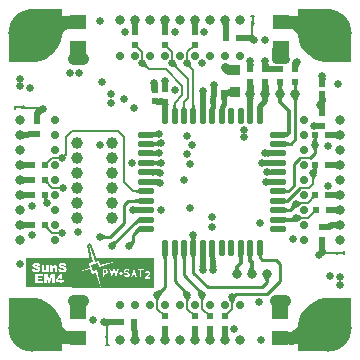
<source format=gtl>
G04 Layer_Physical_Order=1*
G04 Layer_Color=255*
%FSAX25Y25*%
%MOIN*%
G70*
G01*
G75*
%ADD10R,0.02362X0.01968*%
%ADD11R,0.01968X0.02362*%
%ADD12O,0.05709X0.02165*%
%ADD13O,0.02165X0.05709*%
%ADD14R,0.02441X0.02441*%
%ADD15R,0.05709X0.04528*%
%ADD16C,0.03200*%
%ADD17R,0.02441X0.02441*%
%ADD18R,0.03543X0.03543*%
%ADD19C,0.02000*%
%ADD20C,0.03000*%
%ADD21C,0.00600*%
%ADD22C,0.01800*%
%ADD23C,0.04000*%
%ADD24C,0.01200*%
%ADD25C,0.00591*%
%ADD26C,0.01000*%
%ADD27C,0.00800*%
%ADD28C,0.00400*%
%ADD29C,0.02700*%
%ADD30R,0.15333X0.01440*%
%ADD31R,0.05400X0.04200*%
%ADD32R,0.00430X0.02470*%
G04:AMPARAMS|DCode=33|XSize=3mil|YSize=24.7mil|CornerRadius=0mil|HoleSize=0mil|Usage=FLASHONLY|Rotation=340.000|XOffset=0mil|YOffset=0mil|HoleType=Round|Shape=Rectangle|*
%AMROTATEDRECTD33*
4,1,4,-0.00563,-0.01109,0.00281,0.01212,0.00563,0.01109,-0.00281,-0.01212,-0.00563,-0.01109,0.0*
%
%ADD33ROTATEDRECTD33*%

%ADD34C,0.03937*%
%ADD35C,0.15748*%
%ADD36C,0.02756*%
%ADD37C,0.03150*%
%ADD38C,0.02559*%
G36*
X0032405Y-0076276D02*
X0032667Y-0076444D01*
X0032791Y-0076512D01*
X0032911Y-0076569D01*
X0033026Y-0076616D01*
X0033138Y-0076653D01*
X0033245Y-0076679D01*
X0033347Y-0076695D01*
X0033446Y-0076700D01*
Y-0077700D01*
X0033347Y-0077705D01*
X0033245Y-0077721D01*
X0033138Y-0077747D01*
X0033026Y-0077784D01*
X0032911Y-0077831D01*
X0032791Y-0077888D01*
X0032667Y-0077956D01*
X0032405Y-0078124D01*
X0032268Y-0078223D01*
Y-0076177D01*
X0032405Y-0076276D01*
D02*
G37*
G36*
X0044926Y-0075682D02*
X0044879Y-0075596D01*
X0044817Y-0075538D01*
X0044740Y-0075510D01*
X0044648Y-0075511D01*
X0044541Y-0075542D01*
X0044418Y-0075601D01*
X0044280Y-0075690D01*
X0044128Y-0075807D01*
X0043960Y-0075954D01*
X0043777Y-0076130D01*
X0043164Y-0075329D01*
X0044324Y-0074134D01*
X0044926Y-0075682D01*
D02*
G37*
G36*
X0037199Y-0079208D02*
X0037135Y-0079280D01*
X0037076Y-0079363D01*
X0037022Y-0079458D01*
X0036972Y-0079563D01*
X0036927Y-0079681D01*
X0036887Y-0079809D01*
X0036851Y-0079949D01*
X0036794Y-0080262D01*
X0036772Y-0080436D01*
X0035276Y-0079040D01*
X0035436Y-0079009D01*
X0035727Y-0078934D01*
X0035859Y-0078891D01*
X0036093Y-0078791D01*
X0036196Y-0078736D01*
X0036290Y-0078676D01*
X0036374Y-0078612D01*
X0036449Y-0078544D01*
X0037199Y-0079208D01*
D02*
G37*
G36*
X0063382Y-0077328D02*
X0063395Y-0077515D01*
X0063802D01*
X0063722Y-0077627D01*
X0063586Y-0077853D01*
X0063531Y-0077966D01*
X0063485Y-0078079D01*
X0063477Y-0078101D01*
X0063499Y-0078204D01*
X0063543Y-0078339D01*
X0063593Y-0078460D01*
X0063650Y-0078567D01*
X0063714Y-0078662D01*
X0061844D01*
X0061907Y-0078567D01*
X0061964Y-0078460D01*
X0062015Y-0078339D01*
X0062058Y-0078204D01*
X0062082Y-0078107D01*
X0062073Y-0078079D01*
X0062026Y-0077966D01*
X0061971Y-0077853D01*
X0061908Y-0077740D01*
X0061836Y-0077627D01*
X0061756Y-0077515D01*
X0062166D01*
X0062175Y-0077328D01*
X0062179Y-0077112D01*
X0063379D01*
X0063382Y-0077328D01*
D02*
G37*
G36*
X0005969Y-0072180D02*
X0006075Y-0072241D01*
X0006187Y-0072295D01*
X0006306Y-0072342D01*
X0006432Y-0072381D01*
X0006565Y-0072413D01*
X0006704Y-0072439D01*
X0006803Y-0072451D01*
X0007539Y-0072404D01*
X0007701Y-0072374D01*
X0007827Y-0072339D01*
X0007917Y-0072299D01*
X0007971Y-0072254D01*
X0007989Y-0072203D01*
Y-0074539D01*
X0007971Y-0074488D01*
X0007917Y-0074442D01*
X0007827Y-0074402D01*
X0007701Y-0074367D01*
X0007539Y-0074338D01*
X0007341Y-0074314D01*
X0006892Y-0074285D01*
X0006704Y-0074303D01*
X0006565Y-0074328D01*
X0006432Y-0074361D01*
X0006306Y-0074400D01*
X0006187Y-0074447D01*
X0006075Y-0074501D01*
X0005969Y-0074562D01*
X0005870Y-0074630D01*
Y-0072112D01*
X0005969Y-0072180D01*
D02*
G37*
G36*
X0093553Y-0070672D02*
X0093675Y-0070746D01*
X0093802Y-0070811D01*
X0093935Y-0070868D01*
X0094073Y-0070916D01*
X0094217Y-0070955D01*
X0094367Y-0070985D01*
X0094522Y-0071007D01*
X0094683Y-0071020D01*
X0094849Y-0071024D01*
Y-0072024D01*
X0094683Y-0072029D01*
X0094522Y-0072042D01*
X0094367Y-0072064D01*
X0094217Y-0072094D01*
X0094073Y-0072133D01*
X0093935Y-0072181D01*
X0093802Y-0072238D01*
X0093675Y-0072303D01*
X0093553Y-0072377D01*
X0093437Y-0072460D01*
Y-0070589D01*
X0093553Y-0070672D01*
D02*
G37*
G36*
X0014224Y-0073618D02*
X0014213Y-0073676D01*
X0014217Y-0073742D01*
X0014237Y-0073814D01*
X0014273Y-0073894D01*
X0014323Y-0073981D01*
X0014389Y-0074076D01*
X0014471Y-0074177D01*
X0014679Y-0074402D01*
X0014399Y-0074957D01*
X0014270Y-0074832D01*
X0014044Y-0074638D01*
X0013945Y-0074568D01*
X0013857Y-0074516D01*
X0013778Y-0074482D01*
X0013710Y-0074466D01*
X0013651Y-0074468D01*
X0013602Y-0074489D01*
X0013563Y-0074527D01*
X0014250Y-0073567D01*
X0014224Y-0073618D01*
D02*
G37*
G36*
X0110672Y-0074630D02*
X0110597Y-0074581D01*
X0110512Y-0074537D01*
X0110417Y-0074498D01*
X0110311Y-0074464D01*
X0110195Y-0074436D01*
X0110068Y-0074412D01*
X0109783Y-0074381D01*
X0109625Y-0074374D01*
X0109456Y-0074371D01*
Y-0072371D01*
X0109625Y-0072368D01*
X0110068Y-0072329D01*
X0110195Y-0072306D01*
X0110311Y-0072277D01*
X0110417Y-0072244D01*
X0110512Y-0072205D01*
X0110597Y-0072161D01*
X0110672Y-0072112D01*
Y-0074630D01*
D02*
G37*
G36*
X0042929Y-0079378D02*
X0042863Y-0079451D01*
X0042801Y-0079535D01*
X0042744Y-0079629D01*
X0042691Y-0079734D01*
X0042643Y-0079849D01*
X0042599Y-0079974D01*
X0042559Y-0080109D01*
X0042493Y-0080412D01*
X0042467Y-0080578D01*
X0041022Y-0079133D01*
X0041188Y-0079107D01*
X0041491Y-0079041D01*
X0041626Y-0079001D01*
X0041751Y-0078957D01*
X0041866Y-0078908D01*
X0041971Y-0078856D01*
X0042065Y-0078799D01*
X0042149Y-0078737D01*
X0042222Y-0078671D01*
X0042929Y-0079378D01*
D02*
G37*
G36*
X0082548Y-0083379D02*
X0082491Y-0083487D01*
X0082441Y-0083608D01*
X0082397Y-0083742D01*
X0082360Y-0083891D01*
X0082330Y-0084052D01*
X0082290Y-0084416D01*
X0082280Y-0084618D01*
X0082276Y-0084834D01*
X0081076D01*
X0081073Y-0084618D01*
X0081046Y-0084227D01*
X0081023Y-0084052D01*
X0080956Y-0083742D01*
X0080912Y-0083608D01*
X0080862Y-0083487D01*
X0080805Y-0083379D01*
X0080741Y-0083285D01*
X0082612D01*
X0082548Y-0083379D01*
D02*
G37*
G36*
X0054182Y-0083401D02*
X0054109Y-0083523D01*
X0054043Y-0083650D01*
X0053987Y-0083783D01*
X0053939Y-0083921D01*
X0053900Y-0084065D01*
X0053869Y-0084215D01*
X0053847Y-0084370D01*
X0053834Y-0084531D01*
X0053830Y-0084697D01*
X0052830D01*
X0052826Y-0084531D01*
X0052812Y-0084370D01*
X0052791Y-0084215D01*
X0052760Y-0084065D01*
X0052721Y-0083921D01*
X0052673Y-0083783D01*
X0052617Y-0083650D01*
X0052551Y-0083523D01*
X0052477Y-0083401D01*
X0052395Y-0083285D01*
X0054265D01*
X0054182Y-0083401D01*
D02*
G37*
G36*
X0069980Y-0083024D02*
X0070121D01*
X0070094Y-0083108D01*
X0070070Y-0083219D01*
X0070048Y-0083359D01*
X0070020Y-0083661D01*
X0070032Y-0083811D01*
X0070074Y-0084044D01*
X0070128Y-0084242D01*
X0070194Y-0084404D01*
X0070272Y-0084531D01*
X0070363Y-0084620D01*
X0070465Y-0084675D01*
X0070579Y-0084693D01*
X0069982D01*
X0069978Y-0085131D01*
X0068178D01*
X0068177Y-0084793D01*
X0068171Y-0084693D01*
X0068164D01*
X0068167Y-0084675D01*
X0068168Y-0084645D01*
X0068086Y-0083219D01*
X0068062Y-0083108D01*
X0068035Y-0083024D01*
X0068177D01*
X0068178Y-0082893D01*
X0069978D01*
X0069980Y-0083024D01*
D02*
G37*
G36*
X0079398Y-0083379D02*
X0079341Y-0083487D01*
X0079291Y-0083608D01*
X0079247Y-0083742D01*
X0079211Y-0083891D01*
X0079180Y-0084052D01*
X0079140Y-0084416D01*
X0079130Y-0084618D01*
X0079127Y-0084834D01*
X0077927D01*
X0077923Y-0084618D01*
X0077897Y-0084227D01*
X0077873Y-0084052D01*
X0077806Y-0083742D01*
X0077763Y-0083608D01*
X0077712Y-0083487D01*
X0077655Y-0083379D01*
X0077592Y-0083285D01*
X0079462D01*
X0079398Y-0083379D01*
D02*
G37*
G36*
X0063631Y-0083401D02*
X0063557Y-0083523D01*
X0063492Y-0083650D01*
X0063435Y-0083783D01*
X0063388Y-0083921D01*
X0063348Y-0084065D01*
X0063318Y-0084215D01*
X0063296Y-0084370D01*
X0063283Y-0084531D01*
X0063279Y-0084697D01*
X0062279D01*
X0062274Y-0084531D01*
X0062261Y-0084370D01*
X0062240Y-0084215D01*
X0062209Y-0084065D01*
X0062170Y-0083921D01*
X0062122Y-0083783D01*
X0062066Y-0083650D01*
X0062000Y-0083523D01*
X0061926Y-0083401D01*
X0061844Y-0083285D01*
X0063714D01*
X0063631Y-0083401D01*
D02*
G37*
G36*
X0106836Y-0079256D02*
X0106807Y-0079316D01*
X0106782Y-0079416D01*
X0106760Y-0079556D01*
X0106741Y-0079736D01*
X0106708Y-0080468D01*
X0106723Y-0080920D01*
X0106754Y-0081220D01*
X0106796Y-0081480D01*
X0106850Y-0081700D01*
X0106915Y-0081880D01*
X0106993Y-0082020D01*
X0107083Y-0082120D01*
X0107185Y-0082180D01*
X0107299Y-0082200D01*
X0107253Y-0082209D01*
Y-0082800D01*
X0107192Y-0082805D01*
X0107123Y-0082820D01*
X0107047Y-0082845D01*
X0106963Y-0082880D01*
X0106871Y-0082925D01*
X0106665Y-0083045D01*
X0106551Y-0083120D01*
X0106300Y-0083300D01*
Y-0082387D01*
X0105700Y-0082500D01*
Y-0082800D01*
X0105688Y-0082801D01*
X0105679Y-0082804D01*
X0105671Y-0082810D01*
X0105666Y-0082818D01*
X0105664Y-0082828D01*
X0105663Y-0082840D01*
X0105665Y-0082854D01*
X0105668Y-0082871D01*
X0105674Y-0082889D01*
X0105682Y-0082910D01*
X0105321Y-0082545D01*
X0104093Y-0082692D01*
X0104208Y-0082557D01*
X0104311Y-0082394D01*
X0104402Y-0082203D01*
X0104481Y-0081984D01*
X0104548Y-0081737D01*
X0104602Y-0081463D01*
X0104645Y-0081160D01*
X0104682Y-0080630D01*
X0104592Y-0079316D01*
X0104563Y-0079256D01*
X0104531Y-0079236D01*
X0106868D01*
X0106836Y-0079256D01*
D02*
G37*
G36*
X0057332Y-0083401D02*
X0057258Y-0083523D01*
X0057193Y-0083650D01*
X0057136Y-0083783D01*
X0057088Y-0083921D01*
X0057049Y-0084065D01*
X0057019Y-0084215D01*
X0056997Y-0084370D01*
X0056984Y-0084531D01*
X0056980Y-0084697D01*
X0055980D01*
X0055975Y-0084531D01*
X0055962Y-0084370D01*
X0055940Y-0084215D01*
X0055910Y-0084065D01*
X0055871Y-0083921D01*
X0055823Y-0083783D01*
X0055766Y-0083650D01*
X0055701Y-0083523D01*
X0055627Y-0083401D01*
X0055544Y-0083285D01*
X0057415D01*
X0057332Y-0083401D01*
D02*
G37*
G36*
X0060482D02*
X0060408Y-0083523D01*
X0060342Y-0083650D01*
X0060286Y-0083783D01*
X0060238Y-0083921D01*
X0060199Y-0084065D01*
X0060168Y-0084215D01*
X0060147Y-0084370D01*
X0060133Y-0084531D01*
X0060129Y-0084697D01*
X0059129D01*
X0059125Y-0084531D01*
X0059112Y-0084370D01*
X0059090Y-0084215D01*
X0059060Y-0084065D01*
X0059020Y-0083921D01*
X0058973Y-0083783D01*
X0058916Y-0083650D01*
X0058851Y-0083523D01*
X0058777Y-0083401D01*
X0058694Y-0083285D01*
X0060564D01*
X0060482Y-0083401D01*
D02*
G37*
G36*
X0102978Y-0064527D02*
X0102939Y-0064489D01*
X0102890Y-0064468D01*
X0102832Y-0064466D01*
X0102763Y-0064482D01*
X0102684Y-0064516D01*
X0102596Y-0064568D01*
X0102497Y-0064638D01*
X0102389Y-0064726D01*
X0102143Y-0064957D01*
X0101862Y-0064402D01*
X0101974Y-0064285D01*
X0102152Y-0064075D01*
X0102218Y-0063981D01*
X0102269Y-0063894D01*
X0102304Y-0063814D01*
X0102324Y-0063741D01*
X0102329Y-0063676D01*
X0102318Y-0063617D01*
X0102292Y-0063566D01*
X0102978Y-0064527D01*
D02*
G37*
G36*
X0044550Y-0062866D02*
X0044539Y-0062792D01*
X0044507Y-0062726D01*
X0044453Y-0062667D01*
X0044377Y-0062616D01*
X0044279Y-0062573D01*
X0044160Y-0062538D01*
X0044019Y-0062511D01*
X0043856Y-0062491D01*
X0043672Y-0062480D01*
X0043466Y-0062476D01*
Y-0061676D01*
X0043672Y-0061672D01*
X0044019Y-0061640D01*
X0044160Y-0061613D01*
X0044279Y-0061578D01*
X0044377Y-0061535D01*
X0044453Y-0061484D01*
X0044507Y-0061426D01*
X0044539Y-0061359D01*
X0044550Y-0061285D01*
Y-0062866D01*
D02*
G37*
G36*
X0013567Y-0064220D02*
X0013601Y-0064273D01*
X0013657Y-0064333D01*
X0013736Y-0064401D01*
X0013838Y-0064476D01*
X0014108Y-0064648D01*
X0014468Y-0064849D01*
X0014682Y-0064961D01*
X0012845Y-0065850D01*
X0012868Y-0065726D01*
X0012935Y-0065177D01*
X0012952Y-0064908D01*
X0012939Y-0064828D01*
X0012918Y-0064752D01*
X0012892Y-0064687D01*
X0012859Y-0064634D01*
X0012821Y-0064592D01*
X0012777Y-0064563D01*
X0012726Y-0064545D01*
X0012670Y-0064539D01*
X0012962D01*
X0012966Y-0064366D01*
X0013556Y-0064174D01*
X0013567Y-0064220D01*
D02*
G37*
G36*
X0005969Y-0062180D02*
X0006075Y-0062241D01*
X0006187Y-0062295D01*
X0006306Y-0062341D01*
X0006432Y-0062381D01*
X0006565Y-0062413D01*
X0006704Y-0062438D01*
X0006803Y-0062451D01*
X0007539Y-0062404D01*
X0007701Y-0062374D01*
X0007827Y-0062340D01*
X0007917Y-0062299D01*
X0007971Y-0062254D01*
X0007989Y-0062203D01*
Y-0064539D01*
X0007971Y-0064488D01*
X0007917Y-0064442D01*
X0007827Y-0064402D01*
X0007701Y-0064367D01*
X0007539Y-0064338D01*
X0007341Y-0064314D01*
X0006892Y-0064285D01*
X0006704Y-0064303D01*
X0006565Y-0064328D01*
X0006432Y-0064361D01*
X0006306Y-0064400D01*
X0006187Y-0064447D01*
X0006075Y-0064501D01*
X0005969Y-0064562D01*
X0005870Y-0064630D01*
Y-0062112D01*
X0005969Y-0062180D01*
D02*
G37*
G36*
X0051034Y-0058204D02*
X0050582Y-0060199D01*
X0050531Y-0060147D01*
X0050470Y-0060101D01*
X0050400Y-0060060D01*
X0050320Y-0060024D01*
X0050230Y-0059994D01*
X0050131Y-0059970D01*
X0050022Y-0059951D01*
X0049903Y-0059937D01*
X0049637Y-0059926D01*
X0049591Y-0057926D01*
X0051034Y-0058204D01*
D02*
G37*
G36*
X0087682Y-0058053D02*
X0087710Y-0058057D01*
X0087753Y-0058060D01*
X0088189Y-0058071D01*
X0088466Y-0058072D01*
Y-0060072D01*
X0087668Y-0060095D01*
Y-0058048D01*
X0087682Y-0058053D01*
D02*
G37*
G36*
X0110672Y-0064630D02*
X0110573Y-0064562D01*
X0110467Y-0064501D01*
X0110354Y-0064447D01*
X0110235Y-0064400D01*
X0110110Y-0064361D01*
X0109977Y-0064328D01*
X0109838Y-0064303D01*
X0109738Y-0064291D01*
X0109003Y-0064338D01*
X0108841Y-0064367D01*
X0108715Y-0064402D01*
X0108625Y-0064442D01*
X0108571Y-0064488D01*
X0108553Y-0064539D01*
Y-0062203D01*
X0108571Y-0062254D01*
X0108625Y-0062299D01*
X0108715Y-0062340D01*
X0108841Y-0062374D01*
X0109003Y-0062404D01*
X0109201Y-0062428D01*
X0109650Y-0062457D01*
X0109838Y-0062438D01*
X0109977Y-0062413D01*
X0110110Y-0062381D01*
X0110235Y-0062341D01*
X0110354Y-0062295D01*
X0110467Y-0062241D01*
X0110573Y-0062180D01*
X0110672Y-0062112D01*
Y-0064630D01*
D02*
G37*
G36*
X0098716Y-0060513D02*
X0098748Y-0060531D01*
X0098782Y-0060546D01*
X0098819Y-0060560D01*
X0098858Y-0060571D01*
X0098899Y-0060581D01*
X0098943Y-0060588D01*
X0098990Y-0060593D01*
X0099091Y-0060598D01*
Y-0061188D01*
X0099039Y-0061189D01*
X0098943Y-0061198D01*
X0098899Y-0061205D01*
X0098858Y-0061214D01*
X0098819Y-0061226D01*
X0098782Y-0061239D01*
X0098748Y-0061255D01*
X0098716Y-0061273D01*
X0098687Y-0061293D01*
Y-0060493D01*
X0098716Y-0060513D01*
D02*
G37*
G36*
X0044719Y-0066160D02*
X0044603Y-0066078D01*
X0044481Y-0066004D01*
X0044354Y-0065939D01*
X0044221Y-0065882D01*
X0044083Y-0065834D01*
X0043939Y-0065795D01*
X0043789Y-0065764D01*
X0043634Y-0065743D01*
X0043473Y-0065729D01*
X0043307Y-0065725D01*
Y-0064725D01*
X0043473Y-0064721D01*
X0043634Y-0064708D01*
X0043789Y-0064686D01*
X0043939Y-0064656D01*
X0044083Y-0064616D01*
X0044221Y-0064569D01*
X0044354Y-0064512D01*
X0044481Y-0064447D01*
X0044603Y-0064373D01*
X0044719Y-0064290D01*
Y-0066160D01*
D02*
G37*
G36*
X0103201Y-0069456D02*
X0103165Y-0069415D01*
X0103118Y-0069393D01*
X0103061Y-0069389D01*
X0102994Y-0069404D01*
X0102915Y-0069438D01*
X0102826Y-0069490D01*
X0102727Y-0069561D01*
X0102617Y-0069651D01*
X0102366Y-0069885D01*
X0102145Y-0069271D01*
X0102255Y-0069158D01*
X0102429Y-0068951D01*
X0102494Y-0068857D01*
X0102545Y-0068770D01*
X0102580Y-0068690D01*
X0102601Y-0068617D01*
X0102607Y-0068550D01*
X0102598Y-0068489D01*
X0102575Y-0068436D01*
X0103201Y-0069456D01*
D02*
G37*
G36*
X0043282Y-0067356D02*
X0043310Y-0067360D01*
X0043353Y-0067364D01*
X0043789Y-0067374D01*
X0044066Y-0067375D01*
Y-0069375D01*
X0043268Y-0069398D01*
Y-0067352D01*
X0043282Y-0067356D01*
D02*
G37*
G36*
X0096585Y-0072206D02*
X0096496Y-0072172D01*
X0096304Y-0072114D01*
X0096203Y-0072090D01*
X0095988Y-0072053D01*
X0095874Y-0072041D01*
X0095510Y-0072024D01*
X0095028Y-0071024D01*
X0095113Y-0071016D01*
X0095201Y-0070992D01*
X0095294Y-0070952D01*
X0095392Y-0070897D01*
X0095495Y-0070825D01*
X0095602Y-0070737D01*
X0095714Y-0070633D01*
X0095951Y-0070377D01*
X0096076Y-0070225D01*
X0096585Y-0072206D01*
D02*
G37*
G36*
X0097943Y-0070056D02*
X0098686Y-0070455D01*
X0098794Y-0070498D01*
X0098887Y-0070529D01*
X0098967Y-0070547D01*
X0099033Y-0070554D01*
X0099117Y-0071144D01*
X0099059Y-0071152D01*
X0098987Y-0071177D01*
X0098902Y-0071219D01*
X0098804Y-0071277D01*
X0098692Y-0071352D01*
X0098427Y-0071552D01*
X0097929Y-0071978D01*
X0097753Y-0069939D01*
X0097943Y-0070056D01*
D02*
G37*
G36*
X0110702Y-0067299D02*
X0110836Y-0067300D01*
Y-0069300D01*
X0110645Y-0069301D01*
X0110636Y-0069603D01*
X0110556Y-0069545D01*
X0110465Y-0069494D01*
X0110365Y-0069448D01*
X0110256Y-0069409D01*
X0110137Y-0069376D01*
X0110009Y-0069348D01*
X0109937Y-0069337D01*
X0108916Y-0069407D01*
X0108856Y-0069436D01*
X0108836Y-0069468D01*
Y-0067132D01*
X0108856Y-0067164D01*
X0108916Y-0067192D01*
X0109016Y-0067217D01*
X0109156Y-0067239D01*
X0109336Y-0067258D01*
X0109893Y-0067283D01*
X0110134Y-0067265D01*
X0110259Y-0067246D01*
X0110473Y-0067195D01*
X0110563Y-0067163D01*
X0110641Y-0067126D01*
X0110707Y-0067085D01*
X0110702Y-0067299D01*
D02*
G37*
G36*
X0097571Y-0065255D02*
X0098298Y-0065506D01*
X0098409Y-0065533D01*
X0098595Y-0065564D01*
X0098670Y-0065568D01*
X0098931Y-0066158D01*
X0098879Y-0066168D01*
X0098816Y-0066199D01*
X0098742Y-0066249D01*
X0098656Y-0066319D01*
X0098558Y-0066409D01*
X0098329Y-0066650D01*
X0097899Y-0067162D01*
X0097390Y-0065181D01*
X0097571Y-0065255D01*
D02*
G37*
G36*
X0093474Y-0067549D02*
X0093516Y-0067617D01*
X0093585Y-0067678D01*
X0093682Y-0067730D01*
X0093807Y-0067774D01*
X0093960Y-0067810D01*
X0094141Y-0067839D01*
X0094349Y-0067859D01*
X0094849Y-0067875D01*
Y-0068875D01*
X0094585Y-0068879D01*
X0094141Y-0068911D01*
X0093960Y-0068939D01*
X0093807Y-0068975D01*
X0093682Y-0069020D01*
X0093585Y-0069072D01*
X0093516Y-0069132D01*
X0093474Y-0069200D01*
X0093460Y-0069277D01*
Y-0067473D01*
X0093474Y-0067549D01*
D02*
G37*
G36*
X0097080Y-0067630D02*
X0096913Y-0067657D01*
X0096610Y-0067723D01*
X0096474Y-0067763D01*
X0096348Y-0067807D01*
X0096233Y-0067855D01*
X0096129Y-0067908D01*
X0096035Y-0067965D01*
X0095951Y-0068027D01*
X0095878Y-0068092D01*
X0095171Y-0067385D01*
X0095236Y-0067312D01*
X0095298Y-0067229D01*
X0095355Y-0067134D01*
X0095408Y-0067030D01*
X0095456Y-0066915D01*
X0095500Y-0066789D01*
X0095540Y-0066654D01*
X0095606Y-0066350D01*
X0095633Y-0066183D01*
X0097080Y-0067630D01*
D02*
G37*
G36*
X0066829Y-0083024D02*
X0066971D01*
X0066944Y-0083108D01*
X0066920Y-0083219D01*
X0066899Y-0083359D01*
X0066864Y-0083724D01*
X0066863Y-0083757D01*
X0066903Y-0084404D01*
X0066930Y-0084531D01*
X0066961Y-0084620D01*
X0066996Y-0084675D01*
X0067036Y-0084693D01*
X0066832D01*
X0066828Y-0085131D01*
X0065028D01*
X0065027Y-0084793D01*
X0065021Y-0084693D01*
X0064621D01*
X0064698Y-0084675D01*
X0064768Y-0084620D01*
X0064829Y-0084531D01*
X0064882Y-0084404D01*
X0064926Y-0084242D01*
X0064963Y-0084044D01*
X0064977Y-0083928D01*
X0064937Y-0083219D01*
X0064912Y-0083108D01*
X0064885Y-0083024D01*
X0065027D01*
X0065028Y-0082893D01*
X0066828D01*
X0066829Y-0083024D01*
D02*
G37*
G36*
X0033666Y-0104631D02*
X0033717Y-0104645D01*
X0033789Y-0104658D01*
X0033881Y-0104669D01*
X0034279Y-0104692D01*
X0034860Y-0104700D01*
Y-0106700D01*
X0034558Y-0106690D01*
X0034524Y-0106742D01*
X0034504Y-0106772D01*
X0034449Y-0106871D01*
X0034369Y-0107047D01*
X0034344Y-0107123D01*
X0034329Y-0107192D01*
X0034324Y-0107254D01*
X0033743D01*
X0033724Y-0107269D01*
X0033713Y-0107215D01*
X0033682Y-0107164D01*
X0033629Y-0107117D01*
X0033555Y-0107072D01*
X0033460Y-0107031D01*
X0033344Y-0106992D01*
X0033207Y-0106957D01*
X0032869Y-0106895D01*
X0032669Y-0106869D01*
X0033227Y-0106304D01*
X0033224Y-0106300D01*
X0033231D01*
X0033569Y-0105959D01*
X0033636Y-0104614D01*
X0033666Y-0104631D01*
D02*
G37*
G36*
X0067413Y-0102356D02*
X0067621Y-0102531D01*
X0067714Y-0102596D01*
X0067801Y-0102646D01*
X0067881Y-0102682D01*
X0067955Y-0102703D01*
X0068021Y-0102708D01*
X0068081Y-0102699D01*
X0068134Y-0102675D01*
X0067125Y-0103312D01*
X0067165Y-0103275D01*
X0067187Y-0103228D01*
X0067190Y-0103171D01*
X0067175Y-0103103D01*
X0067142Y-0103025D01*
X0067089Y-0102936D01*
X0067019Y-0102837D01*
X0066929Y-0102727D01*
X0066695Y-0102477D01*
X0067299Y-0102246D01*
X0067413Y-0102356D01*
D02*
G37*
G36*
X0074388Y-0108955D02*
X0074343Y-0109009D01*
X0074302Y-0109099D01*
X0074267Y-0109225D01*
X0074238Y-0109387D01*
X0074214Y-0109585D01*
X0074193Y-0109913D01*
X0074203Y-0110021D01*
X0074228Y-0110160D01*
X0074261Y-0110292D01*
X0074300Y-0110418D01*
X0074347Y-0110537D01*
X0074401Y-0110650D01*
X0074462Y-0110756D01*
X0074530Y-0110854D01*
X0072012D01*
X0072080Y-0110756D01*
X0072141Y-0110650D01*
X0072195Y-0110537D01*
X0072241Y-0110418D01*
X0072281Y-0110292D01*
X0072313Y-0110160D01*
X0072338Y-0110021D01*
X0072342Y-0109990D01*
X0072304Y-0109387D01*
X0072274Y-0109225D01*
X0072240Y-0109099D01*
X0072199Y-0109009D01*
X0072154Y-0108955D01*
X0072103Y-0108937D01*
X0074439D01*
X0074388Y-0108955D01*
D02*
G37*
G36*
X0037563Y-0106868D02*
X0037543Y-0106836D01*
X0037483Y-0106807D01*
X0037383Y-0106782D01*
X0037243Y-0106760D01*
X0037063Y-0106742D01*
X0036283Y-0106707D01*
X0035563Y-0106700D01*
Y-0104700D01*
X0035943Y-0104698D01*
X0037483Y-0104592D01*
X0037543Y-0104564D01*
X0037563Y-0104532D01*
Y-0106868D01*
D02*
G37*
G36*
X0074857Y-0102467D02*
X0074730Y-0102598D01*
X0074532Y-0102828D01*
X0074461Y-0102927D01*
X0074409Y-0103016D01*
X0074375Y-0103094D01*
X0074360Y-0103162D01*
X0074364Y-0103219D01*
X0074386Y-0103266D01*
X0074427Y-0103302D01*
X0073407Y-0102675D01*
X0073461Y-0102699D01*
X0073521Y-0102708D01*
X0073588Y-0102702D01*
X0073662Y-0102681D01*
X0073742Y-0102645D01*
X0073829Y-0102595D01*
X0073922Y-0102530D01*
X0074022Y-0102450D01*
X0074243Y-0102246D01*
X0074857Y-0102467D01*
D02*
G37*
G36*
X0076129Y-0098037D02*
X0076111Y-0098068D01*
X0076095Y-0098103D01*
X0076082Y-0098139D01*
X0076079Y-0098147D01*
X0076704Y-0098114D01*
X0076578Y-0098304D01*
X0076149Y-0099042D01*
X0076103Y-0099148D01*
X0076070Y-0099240D01*
X0076051Y-0099318D01*
X0076044Y-0099383D01*
X0075453Y-0099434D01*
X0075445Y-0099374D01*
X0075422Y-0099301D01*
X0075382Y-0099214D01*
X0075327Y-0099113D01*
X0075255Y-0098999D01*
X0075065Y-0098729D01*
X0074660Y-0098221D01*
X0075428Y-0098181D01*
X0075427Y-0098178D01*
X0075416Y-0098139D01*
X0075402Y-0098103D01*
X0075387Y-0098068D01*
X0075369Y-0098037D01*
X0075349Y-0098008D01*
X0076148D01*
X0076129Y-0098037D01*
D02*
G37*
G36*
X0062413Y-0102355D02*
X0062620Y-0102530D01*
X0062713Y-0102595D01*
X0062800Y-0102645D01*
X0062880Y-0102681D01*
X0062954Y-0102702D01*
X0063021Y-0102708D01*
X0063081Y-0102699D01*
X0063134Y-0102675D01*
X0062115Y-0103302D01*
X0062156Y-0103266D01*
X0062178Y-0103219D01*
X0062182Y-0103162D01*
X0062167Y-0103094D01*
X0062133Y-0103016D01*
X0062081Y-0102927D01*
X0062010Y-0102828D01*
X0061920Y-0102718D01*
X0061685Y-0102467D01*
X0062299Y-0102246D01*
X0062413Y-0102355D01*
D02*
G37*
G36*
X0052413Y-0102355D02*
X0052620Y-0102530D01*
X0052714Y-0102595D01*
X0052800Y-0102645D01*
X0052881Y-0102681D01*
X0052954Y-0102701D01*
X0053021Y-0102708D01*
X0053081Y-0102699D01*
X0053135Y-0102675D01*
X0052115Y-0103302D01*
X0052156Y-0103266D01*
X0052178Y-0103219D01*
X0052182Y-0103162D01*
X0052167Y-0103094D01*
X0052133Y-0103016D01*
X0052081Y-0102927D01*
X0052010Y-0102828D01*
X0051920Y-0102718D01*
X0051685Y-0102467D01*
X0052300Y-0102246D01*
X0052413Y-0102355D01*
D02*
G37*
G36*
X0064388Y-0108955D02*
X0064342Y-0109009D01*
X0064302Y-0109099D01*
X0064267Y-0109225D01*
X0064238Y-0109387D01*
X0064214Y-0109585D01*
X0064193Y-0109913D01*
X0064203Y-0110021D01*
X0064228Y-0110160D01*
X0064261Y-0110292D01*
X0064300Y-0110418D01*
X0064347Y-0110537D01*
X0064401Y-0110650D01*
X0064462Y-0110756D01*
X0064530Y-0110854D01*
X0062012D01*
X0062080Y-0110756D01*
X0062141Y-0110650D01*
X0062195Y-0110537D01*
X0062242Y-0110418D01*
X0062281Y-0110292D01*
X0062313Y-0110160D01*
X0062339Y-0110021D01*
X0062342Y-0109990D01*
X0062304Y-0109387D01*
X0062274Y-0109225D01*
X0062239Y-0109099D01*
X0062199Y-0109009D01*
X0062154Y-0108955D01*
X0062103Y-0108937D01*
X0064439D01*
X0064388Y-0108955D01*
D02*
G37*
G36*
X0022420Y-0089064D02*
Y-0092768D01*
X0019140D01*
Y-0092202D01*
X0019522D01*
Y-0091546D01*
X0019140D01*
Y-0089673D01*
X0018403D01*
X0016861Y-0091511D01*
Y-0092202D01*
X0018403D01*
Y-0092768D01*
X0016484D01*
Y-0089724D01*
X0015245D01*
X0014771Y-0091580D01*
X0014303Y-0089724D01*
X0013064D01*
Y-0092768D01*
X0012567D01*
Y-0092077D01*
X0010940D01*
Y-0091477D01*
X0012408D01*
Y-0090855D01*
X0010940D01*
Y-0090375D01*
X0012522D01*
Y-0089724D01*
X0009998D01*
Y-0092768D01*
X0007100D01*
Y-0089064D01*
Y-0084300D01*
X0022420D01*
Y-0089064D01*
D02*
G37*
G36*
X0018403Y-0091546D02*
X0017581D01*
X0018403Y-0090586D01*
Y-0091546D01*
D02*
G37*
G36*
X0014423Y-0092768D02*
X0013835D01*
Y-0090449D01*
X0014423Y-0092768D01*
D02*
G37*
G36*
X0015714D02*
X0015120D01*
X0015714Y-0090449D01*
Y-0092768D01*
D02*
G37*
G36*
X0044273Y-0109808D02*
X0044312Y-0110251D01*
X0044336Y-0110378D01*
X0044364Y-0110494D01*
X0044398Y-0110600D01*
X0044437Y-0110695D01*
X0044481Y-0110780D01*
X0044530Y-0110854D01*
X0042012D01*
X0042061Y-0110780D01*
X0042105Y-0110695D01*
X0042144Y-0110600D01*
X0042178Y-0110494D01*
X0042206Y-0110378D01*
X0042229Y-0110251D01*
X0042261Y-0109966D01*
X0042268Y-0109808D01*
X0042271Y-0109639D01*
X0044271D01*
X0044273Y-0109808D01*
D02*
G37*
G36*
X0054388Y-0108955D02*
X0054343Y-0109009D01*
X0054302Y-0109099D01*
X0054267Y-0109225D01*
X0054238Y-0109387D01*
X0054214Y-0109585D01*
X0054193Y-0109913D01*
X0054203Y-0110021D01*
X0054228Y-0110160D01*
X0054261Y-0110292D01*
X0054300Y-0110418D01*
X0054347Y-0110537D01*
X0054401Y-0110650D01*
X0054462Y-0110756D01*
X0054530Y-0110854D01*
X0052012D01*
X0052080Y-0110756D01*
X0052141Y-0110650D01*
X0052195Y-0110537D01*
X0052241Y-0110418D01*
X0052281Y-0110292D01*
X0052313Y-0110160D01*
X0052338Y-0110021D01*
X0052342Y-0109990D01*
X0052304Y-0109387D01*
X0052274Y-0109225D01*
X0052240Y-0109099D01*
X0052199Y-0109009D01*
X0052154Y-0108955D01*
X0052103Y-0108937D01*
X0054439D01*
X0054388Y-0108955D01*
D02*
G37*
G36*
X0009058Y-0097741D02*
X0010028Y-0097741D01*
X0011929Y-0098119D01*
X0013721Y-0098861D01*
X0015333Y-0099938D01*
X0016703Y-0101309D01*
X0017781Y-0102921D01*
X0018523Y-0104712D01*
X0018901Y-0106614D01*
Y-0107086D01*
X0019206Y-0107439D01*
X0019794Y-0107991D01*
X0020321Y-0108420D01*
X0020787Y-0108727D01*
X0020971Y-0108811D01*
X0021399Y-0108785D01*
X0021519Y-0108736D01*
X0021559Y-0108680D01*
Y-0113181D01*
X0021519Y-0113142D01*
X0021399Y-0113106D01*
X0021199Y-0113075D01*
X0020919Y-0113048D01*
X0019599Y-0112991D01*
X0019131Y-0112987D01*
X0018993Y-0112992D01*
X0018901Y-0113001D01*
X0018901Y-0115450D01*
X0009160Y-0115450D01*
X0008373D01*
X0006829Y-0115143D01*
X0005375Y-0114541D01*
X0004067Y-0113666D01*
X0002954Y-0112553D01*
X0002079Y-0111245D01*
X0001477Y-0109791D01*
X0001170Y-0108247D01*
Y-0107460D01*
Y-0097741D01*
X0009058D01*
X0009058Y-0097741D01*
D02*
G37*
G36*
X0069415Y-0108957D02*
X0069385Y-0109017D01*
X0069358Y-0109117D01*
X0069335Y-0109257D01*
X0069315Y-0109437D01*
X0069289Y-0109985D01*
X0069312Y-0110251D01*
X0069336Y-0110378D01*
X0069364Y-0110494D01*
X0069398Y-0110600D01*
X0069437Y-0110695D01*
X0069481Y-0110780D01*
X0069530Y-0110854D01*
X0069272D01*
X0069271Y-0110937D01*
X0067271D01*
X0067270Y-0110854D01*
X0067012D01*
X0067061Y-0110780D01*
X0067105Y-0110695D01*
X0067144Y-0110600D01*
X0067177Y-0110494D01*
X0067206Y-0110378D01*
X0067229Y-0110251D01*
X0067242Y-0110135D01*
X0067170Y-0109017D01*
X0067143Y-0108957D01*
X0067113Y-0108937D01*
X0069449D01*
X0069415Y-0108957D01*
D02*
G37*
G36*
X0088124Y-0090505D02*
X0087956Y-0090767D01*
X0087911Y-0090849D01*
X0088200D01*
X0088105Y-0090934D01*
X0088020Y-0091028D01*
X0087945Y-0091132D01*
X0087880Y-0091245D01*
X0087825Y-0091367D01*
X0087780Y-0091499D01*
X0087745Y-0091640D01*
X0087720Y-0091790D01*
X0087705Y-0091951D01*
X0087700Y-0092120D01*
X0086700D01*
X0086695Y-0091951D01*
X0086680Y-0091790D01*
X0086655Y-0091640D01*
X0086620Y-0091499D01*
X0086575Y-0091367D01*
X0086520Y-0091245D01*
X0086455Y-0091132D01*
X0086380Y-0091028D01*
X0086295Y-0090934D01*
X0086200Y-0090849D01*
X0086489D01*
X0086444Y-0090767D01*
X0086276Y-0090505D01*
X0086177Y-0090368D01*
X0088223D01*
X0088124Y-0090505D01*
D02*
G37*
G36*
X0077804Y-0087815D02*
X0077817Y-0087928D01*
X0077838Y-0088042D01*
X0077868Y-0088155D01*
X0077906Y-0088267D01*
X0077952Y-0088380D01*
X0078007Y-0088493D01*
X0078071Y-0088606D01*
X0078143Y-0088719D01*
X0078223Y-0088832D01*
X0076177D01*
X0076257Y-0088719D01*
X0076393Y-0088493D01*
X0076448Y-0088380D01*
X0076494Y-0088267D01*
X0076532Y-0088155D01*
X0076562Y-0088042D01*
X0076583Y-0087928D01*
X0076596Y-0087815D01*
X0076600Y-0087702D01*
X0077800D01*
X0077804Y-0087815D01*
D02*
G37*
G36*
X0065003Y-0094790D02*
X0065088Y-0094857D01*
X0065181Y-0094919D01*
X0065282Y-0094978D01*
X0065392Y-0095033D01*
X0065510Y-0095084D01*
X0065770Y-0095175D01*
X0065913Y-0095214D01*
X0066063Y-0095249D01*
X0064517Y-0096589D01*
X0064501Y-0096409D01*
X0064455Y-0096086D01*
X0064424Y-0095942D01*
X0064388Y-0095811D01*
X0064346Y-0095692D01*
X0064300Y-0095585D01*
X0064249Y-0095490D01*
X0064192Y-0095408D01*
X0064131Y-0095338D01*
X0064926Y-0094719D01*
X0065003Y-0094790D01*
D02*
G37*
G36*
X0029051Y-0084300D02*
X0029340Y-0085670D01*
X0027900Y-0086090D01*
X0028260Y-0087530D01*
X0022860Y-0089270D01*
X0028440Y-0088130D01*
X0028830Y-0089540D01*
X0030270Y-0089180D01*
X0031888Y-0094200D01*
X0022418D01*
X0022416Y-0092768D01*
X0022420D01*
Y-0084300D01*
X0029051D01*
D02*
G37*
G36*
X0070273Y-0086766D02*
X0070295Y-0087107D01*
X0070564D01*
X0070509Y-0087119D01*
X0070459Y-0087155D01*
X0070415Y-0087215D01*
X0070377Y-0087298D01*
X0070345Y-0087406D01*
X0070343Y-0087416D01*
X0070350Y-0087443D01*
X0070371Y-0087493D01*
X0070395Y-0087532D01*
X0070319D01*
X0070319Y-0087537D01*
X0070298Y-0087692D01*
X0070275Y-0088073D01*
X0070272Y-0088300D01*
X0068472D01*
X0068469Y-0088073D01*
X0068425Y-0087537D01*
X0068424Y-0087532D01*
X0068348D01*
X0068372Y-0087493D01*
X0068393Y-0087443D01*
X0068401Y-0087416D01*
X0068398Y-0087406D01*
X0068366Y-0087298D01*
X0068328Y-0087215D01*
X0068284Y-0087155D01*
X0068235Y-0087119D01*
X0068179Y-0087107D01*
X0068452D01*
X0068461Y-0087017D01*
X0068470Y-0086766D01*
X0068472Y-0086623D01*
X0070272D01*
X0070273Y-0086766D01*
D02*
G37*
G36*
X0049704Y-0084300D02*
X0049695Y-0094200D01*
X0031930Y-0094200D01*
X0030720Y-0088430D01*
X0029250Y-0088790D01*
X0028650Y-0086510D01*
X0030960Y-0085910D01*
X0031320Y-0087350D01*
X0037350Y-0085400D01*
X0031770Y-0086570D01*
X0031380Y-0085160D01*
X0029940Y-0085520D01*
X0029540Y-0084300D01*
X0049704Y-0084300D01*
D02*
G37*
G36*
X0082806Y-0087103D02*
X0082824Y-0087284D01*
X0082854Y-0087460D01*
X0082896Y-0087630D01*
X0082950Y-0087795D01*
X0083016Y-0087955D01*
X0083094Y-0088110D01*
X0083184Y-0088259D01*
X0083286Y-0088403D01*
X0083400Y-0088542D01*
X0083035D01*
X0083071Y-0088606D01*
X0083143Y-0088719D01*
X0083223Y-0088832D01*
X0081177D01*
X0081257Y-0088719D01*
X0081364Y-0088542D01*
X0081000D01*
X0081114Y-0088403D01*
X0081216Y-0088259D01*
X0081306Y-0088110D01*
X0081384Y-0087955D01*
X0081450Y-0087795D01*
X0081504Y-0087630D01*
X0081546Y-0087460D01*
X0081576Y-0087284D01*
X0081594Y-0087103D01*
X0081600Y-0086917D01*
X0082800D01*
X0082806Y-0087103D01*
D02*
G37*
G36*
X0066730Y-0086866D02*
X0066745Y-0087107D01*
X0067036D01*
X0066977Y-0087120D01*
X0066925Y-0087159D01*
X0066879Y-0087224D01*
X0066839Y-0087314D01*
X0066805Y-0087431D01*
X0066793Y-0087495D01*
X0066807Y-0087543D01*
X0066828Y-0087593D01*
X0066852Y-0087632D01*
X0066770D01*
X0066756Y-0087741D01*
X0066731Y-0088154D01*
X0066728Y-0088400D01*
X0064928D01*
X0064925Y-0088154D01*
X0064884Y-0087632D01*
X0064805D01*
X0064829Y-0087593D01*
X0064850Y-0087543D01*
X0064864Y-0087495D01*
X0064851Y-0087431D01*
X0064818Y-0087314D01*
X0064778Y-0087224D01*
X0064732Y-0087159D01*
X0064679Y-0087120D01*
X0064621Y-0087107D01*
X0064918D01*
X0064927Y-0086866D01*
X0064928Y-0086723D01*
X0066728D01*
X0066730Y-0086866D01*
D02*
G37*
G36*
X0052522Y-0095478D02*
X0052456Y-0095551D01*
X0052395Y-0095635D01*
X0052338Y-0095729D01*
X0052285Y-0095833D01*
X0052237Y-0095948D01*
X0052193Y-0096074D01*
X0052153Y-0096210D01*
X0052086Y-0096513D01*
X0052060Y-0096680D01*
X0050613Y-0095233D01*
X0050780Y-0095206D01*
X0051083Y-0095140D01*
X0051219Y-0095100D01*
X0051345Y-0095056D01*
X0051460Y-0095008D01*
X0051564Y-0094955D01*
X0051658Y-0094898D01*
X0051742Y-0094836D01*
X0051815Y-0094771D01*
X0052522Y-0095478D01*
D02*
G37*
G36*
X0051678Y-0097455D02*
X0051205Y-0098182D01*
X0051154Y-0098285D01*
X0051117Y-0098375D01*
X0051095Y-0098451D01*
X0051088Y-0098513D01*
X0050498D01*
X0050490Y-0098451D01*
X0050468Y-0098375D01*
X0050432Y-0098285D01*
X0050381Y-0098182D01*
X0050236Y-0097933D01*
X0050032Y-0097628D01*
X0049770Y-0097268D01*
X0051816D01*
X0051678Y-0097455D01*
D02*
G37*
G36*
X0115372Y-0107460D02*
Y-0108247D01*
X0115065Y-0109791D01*
X0114462Y-0111245D01*
X0113588Y-0112553D01*
X0112475Y-0113666D01*
X0111166Y-0114541D01*
X0109712Y-0115143D01*
X0108169Y-0115450D01*
X0107382D01*
X0097641Y-0115450D01*
Y-0113025D01*
X0094641Y-0113181D01*
Y-0108680D01*
X0094681Y-0108736D01*
X0094801Y-0108785D01*
X0095001Y-0108829D01*
X0095281Y-0108867D01*
X0095425Y-0108878D01*
X0095755Y-0108727D01*
X0096221Y-0108420D01*
X0096747Y-0107991D01*
X0097336Y-0107439D01*
X0097641Y-0107109D01*
X0097641Y-0106614D01*
X0098019Y-0104712D01*
X0098761Y-0102921D01*
X0099838Y-0101309D01*
X0101209Y-0099938D01*
X0102821Y-0098861D01*
X0104612Y-0098119D01*
X0106514Y-0097741D01*
X0107483Y-0097741D01*
X0107483Y-0097741D01*
X0115372D01*
Y-0107460D01*
D02*
G37*
G36*
X0061678Y-0097662D02*
X0061205Y-0098389D01*
X0061154Y-0098492D01*
X0061117Y-0098582D01*
X0061095Y-0098658D01*
X0061088Y-0098720D01*
X0060498D01*
X0060490Y-0098658D01*
X0060469Y-0098582D01*
X0060432Y-0098492D01*
X0060381Y-0098389D01*
X0060236Y-0098140D01*
X0060032Y-0097835D01*
X0059770Y-0097475D01*
X0061816D01*
X0061678Y-0097662D01*
D02*
G37*
G36*
X0066678Y-0097455D02*
X0066205Y-0098181D01*
X0066154Y-0098285D01*
X0066117Y-0098375D01*
X0066096Y-0098451D01*
X0066088Y-0098513D01*
X0065498Y-0098513D01*
X0065491Y-0098451D01*
X0065469Y-0098375D01*
X0065432Y-0098285D01*
X0065381Y-0098182D01*
X0065236Y-0097933D01*
X0065032Y-0097628D01*
X0064770Y-0097268D01*
X0066816Y-0097268D01*
X0066678Y-0097455D01*
D02*
G37*
G36*
X0066173Y-0096622D02*
X0066155Y-0096654D01*
X0066140Y-0096688D01*
X0066126Y-0096725D01*
X0066114Y-0096764D01*
X0066105Y-0096805D01*
X0066098Y-0096849D01*
X0066092Y-0096896D01*
X0066088Y-0096996D01*
X0065498D01*
X0065497Y-0096945D01*
X0065488Y-0096849D01*
X0065481Y-0096805D01*
X0065472Y-0096764D01*
X0065460Y-0096725D01*
X0065447Y-0096688D01*
X0065431Y-0096654D01*
X0065413Y-0096622D01*
X0065393Y-0096593D01*
X0066193D01*
X0066173Y-0096622D01*
D02*
G37*
G36*
X0060182Y-0094970D02*
X0060268Y-0095042D01*
X0060360Y-0095111D01*
X0060457Y-0095175D01*
X0060560Y-0095236D01*
X0060781Y-0095345D01*
X0060900Y-0095394D01*
X0061153Y-0095479D01*
X0059513Y-0096703D01*
X0059511Y-0096514D01*
X0059487Y-0096176D01*
X0059467Y-0096027D01*
X0059439Y-0095892D01*
X0059406Y-0095770D01*
X0059367Y-0095662D01*
X0059321Y-0095567D01*
X0059269Y-0095486D01*
X0059211Y-0095418D01*
X0060101Y-0094893D01*
X0060182Y-0094970D01*
D02*
G37*
G36*
X0061173Y-0097036D02*
X0061155Y-0097068D01*
X0061139Y-0097102D01*
X0061126Y-0097139D01*
X0061114Y-0097178D01*
X0061105Y-0097219D01*
X0061098Y-0097263D01*
X0061092Y-0097310D01*
X0061088Y-0097411D01*
X0060498D01*
X0060497Y-0097359D01*
X0060488Y-0097263D01*
X0060481Y-0097219D01*
X0060471Y-0097178D01*
X0060460Y-0097139D01*
X0060446Y-0097102D01*
X0060431Y-0097068D01*
X0060413Y-0097036D01*
X0060393Y-0097007D01*
X0061193D01*
X0061173Y-0097036D01*
D02*
G37*
G36*
X0051173Y-0096829D02*
X0051155Y-0096861D01*
X0051139Y-0096895D01*
X0051126Y-0096932D01*
X0051114Y-0096971D01*
X0051105Y-0097012D01*
X0051098Y-0097056D01*
X0051092Y-0097103D01*
X0051088Y-0097203D01*
X0050498D01*
X0050497Y-0097152D01*
X0050488Y-0097056D01*
X0050481Y-0097012D01*
X0050472Y-0096971D01*
X0050460Y-0096932D01*
X0050446Y-0096895D01*
X0050431Y-0096861D01*
X0050413Y-0096829D01*
X0050393Y-0096800D01*
X0051193D01*
X0051173Y-0096829D01*
D02*
G37*
G36*
X0074950Y-0028253D02*
X0075431Y-0028288D01*
X0076079Y-0028300D01*
Y-0030100D01*
X0075737Y-0030103D01*
X0074943Y-0030161D01*
X0074941Y-0030602D01*
X0074923Y-0030507D01*
X0074869Y-0030421D01*
X0074779Y-0030346D01*
X0074653Y-0030281D01*
X0074505Y-0030230D01*
X0074441Y-0030251D01*
X0074351Y-0030297D01*
X0074297Y-0030349D01*
X0074279Y-0030408D01*
X0074221Y-0030426D01*
X0074168Y-0030479D01*
X0074122Y-0030569D01*
X0074082Y-0030696D01*
X0074049Y-0030858D01*
X0074021Y-0031056D01*
X0073984Y-0031560D01*
X0073972Y-0032208D01*
X0072172D01*
X0072169Y-0031866D01*
X0072095Y-0030858D01*
X0072061Y-0030696D01*
X0072021Y-0030569D01*
X0071975Y-0030479D01*
X0071923Y-0030426D01*
X0071864Y-0030408D01*
X0074279D01*
Y-0030178D01*
X0074059Y-0030145D01*
X0073789Y-0030120D01*
X0073141Y-0030100D01*
Y-0028300D01*
X0073485Y-0028291D01*
X0073793Y-0028264D01*
X0074064Y-0028219D01*
X0074279Y-0028161D01*
Y-0027992D01*
X0074297Y-0028051D01*
X0074351Y-0028103D01*
X0074386Y-0028121D01*
X0074499Y-0028075D01*
X0074662Y-0027976D01*
X0074789Y-0027859D01*
X0074880Y-0027724D01*
X0074935Y-0027571D01*
X0074953Y-0027400D01*
X0074950Y-0028253D01*
D02*
G37*
G36*
X0050803Y-0026131D02*
X0050854Y-0026737D01*
X0050884Y-0026885D01*
X0050921Y-0027006D01*
X0050964Y-0027101D01*
X0051015Y-0027168D01*
X0051072Y-0027209D01*
X0051136Y-0027223D01*
X0050801Y-0027221D01*
X0050800Y-0027441D01*
X0048800D01*
X0048793Y-0027211D01*
X0048792D01*
X0048793Y-0027206D01*
X0048777Y-0026643D01*
X0048797D01*
X0048800Y-0025875D01*
X0050800D01*
X0050803Y-0026131D01*
D02*
G37*
G36*
X0097705Y-0026547D02*
X0097620Y-0026577D01*
X0097545Y-0026627D01*
X0097480Y-0026697D01*
X0097425Y-0026787D01*
X0097380Y-0026897D01*
X0097345Y-0027027D01*
X0097320Y-0027177D01*
X0097305Y-0027347D01*
X0097304Y-0027401D01*
X0097305Y-0027450D01*
X0097320Y-0027610D01*
X0097345Y-0027760D01*
X0097380Y-0027901D01*
X0097425Y-0028033D01*
X0097480Y-0028155D01*
X0097545Y-0028269D01*
X0097620Y-0028372D01*
X0097705Y-0028466D01*
X0097800Y-0028551D01*
X0095800D01*
X0095895Y-0028466D01*
X0095980Y-0028372D01*
X0096055Y-0028269D01*
X0096120Y-0028155D01*
X0096175Y-0028033D01*
X0096220Y-0027901D01*
X0096255Y-0027760D01*
X0096280Y-0027610D01*
X0096295Y-0027450D01*
X0096296Y-0027401D01*
X0096295Y-0027347D01*
X0096280Y-0027177D01*
X0096255Y-0027027D01*
X0096220Y-0026897D01*
X0096175Y-0026787D01*
X0096120Y-0026697D01*
X0096055Y-0026627D01*
X0095980Y-0026577D01*
X0095895Y-0026547D01*
X0095800Y-0026537D01*
X0097800D01*
X0097705Y-0026547D01*
D02*
G37*
G36*
X0070403Y-0026865D02*
X0070444Y-0027368D01*
X0070523D01*
X0070500Y-0027407D01*
X0070479Y-0027457D01*
X0070460Y-0027519D01*
X0070460Y-0027522D01*
X0070484Y-0027644D01*
X0070521Y-0027770D01*
X0070565Y-0027867D01*
X0070615Y-0027937D01*
X0070672Y-0027979D01*
X0070736Y-0027992D01*
X0070407D01*
X0070401Y-0028134D01*
X0070400Y-0028277D01*
X0068600D01*
X0068599Y-0028134D01*
X0068590Y-0027992D01*
X0068321D01*
X0068374Y-0027979D01*
X0068421Y-0027937D01*
X0068463Y-0027867D01*
X0068499Y-0027770D01*
X0068530Y-0027644D01*
X0068546Y-0027548D01*
X0068540Y-0027519D01*
X0068521Y-0027457D01*
X0068500Y-0027407D01*
X0068477Y-0027368D01*
X0068569D01*
X0068575Y-0027310D01*
X0068597Y-0026865D01*
X0068600Y-0026600D01*
X0070400D01*
X0070403Y-0026865D01*
D02*
G37*
G36*
X0062062Y-0019517D02*
X0062072Y-0020063D01*
X0062087Y-0020209D01*
X0062108Y-0020338D01*
X0062135Y-0020448D01*
X0062168Y-0020540D01*
X0062206Y-0020615D01*
X0062251Y-0020671D01*
X0061495Y-0021047D01*
X0061424Y-0020981D01*
X0061344Y-0020917D01*
X0061255Y-0020853D01*
X0061157Y-0020791D01*
X0060933Y-0020671D01*
X0060807Y-0020612D01*
X0060375Y-0020444D01*
X0062071Y-0019299D01*
X0062062Y-0019517D01*
D02*
G37*
G36*
X0047046Y-0019252D02*
X0047153Y-0019755D01*
X0047193Y-0019893D01*
X0047282Y-0020122D01*
X0047330Y-0020214D01*
X0047381Y-0020292D01*
X0047434Y-0020354D01*
X0046868Y-0020919D01*
X0046806Y-0020866D01*
X0046729Y-0020815D01*
X0046637Y-0020767D01*
X0046530Y-0020722D01*
X0046407Y-0020679D01*
X0046117Y-0020600D01*
X0045949Y-0020564D01*
X0045569Y-0020501D01*
X0047016Y-0019054D01*
X0047046Y-0019252D01*
D02*
G37*
G36*
X0054332Y-0025678D02*
X0054391Y-0026629D01*
X0054412Y-0026732D01*
X0054438Y-0026805D01*
X0054466Y-0026849D01*
X0054498Y-0026863D01*
X0054330D01*
X0054330Y-0026966D01*
X0052330D01*
X0052327Y-0026863D01*
X0052162D01*
X0052194Y-0026849D01*
X0052222Y-0026805D01*
X0052248Y-0026732D01*
X0052269Y-0026629D01*
X0052288Y-0026498D01*
X0052308Y-0026228D01*
X0052307Y-0026168D01*
X0052313D01*
X0052315Y-0026146D01*
X0052330Y-0025400D01*
X0054330D01*
X0054332Y-0025678D01*
D02*
G37*
G36*
X0106802Y-0023863D02*
X0106852Y-0024663D01*
X0106875Y-0024792D01*
X0106902Y-0024892D01*
X0106933Y-0024964D01*
X0106968Y-0025007D01*
X0107008Y-0025021D01*
X0106800D01*
X0106800Y-0025157D01*
X0104800D01*
X0104796Y-0025021D01*
X0104593D01*
X0104632Y-0025007D01*
X0104667Y-0024964D01*
X0104698Y-0024892D01*
X0104725Y-0024792D01*
X0104748Y-0024663D01*
X0104767Y-0024506D01*
X0104792Y-0024106D01*
X0104800Y-0023591D01*
X0106800D01*
X0106802Y-0023863D01*
D02*
G37*
G36*
X0092860Y-0026549D02*
X0092764Y-0026585D01*
X0092678Y-0026645D01*
X0092605Y-0026729D01*
X0092542Y-0026837D01*
X0092491Y-0026969D01*
X0092451Y-0027125D01*
X0092423Y-0027305D01*
X0092415Y-0027395D01*
X0092424Y-0027484D01*
X0092454Y-0027660D01*
X0092496Y-0027830D01*
X0092550Y-0027995D01*
X0092616Y-0028155D01*
X0092694Y-0028310D01*
X0092784Y-0028459D01*
X0092886Y-0028603D01*
X0093000Y-0028742D01*
X0090600D01*
X0090714Y-0028603D01*
X0090816Y-0028459D01*
X0090906Y-0028310D01*
X0090984Y-0028155D01*
X0091050Y-0027995D01*
X0091104Y-0027830D01*
X0091146Y-0027660D01*
X0091176Y-0027484D01*
X0091185Y-0027395D01*
X0091177Y-0027305D01*
X0091149Y-0027125D01*
X0091109Y-0026969D01*
X0091058Y-0026837D01*
X0090996Y-0026729D01*
X0090922Y-0026645D01*
X0090836Y-0026585D01*
X0090740Y-0026549D01*
X0090632Y-0026537D01*
X0092968D01*
X0092860Y-0026549D01*
D02*
G37*
G36*
X0092562Y-0031217D02*
X0092528Y-0031263D01*
X0092498Y-0031325D01*
X0092472Y-0031403D01*
X0092450Y-0031497D01*
X0092432Y-0031606D01*
X0092408Y-0031872D01*
X0092400Y-0032200D01*
X0091200D01*
X0091198Y-0032028D01*
X0091168Y-0031606D01*
X0091150Y-0031497D01*
X0091128Y-0031403D01*
X0091102Y-0031325D01*
X0091072Y-0031263D01*
X0091038Y-0031217D01*
X0091000Y-0031186D01*
X0092600D01*
X0092562Y-0031217D01*
D02*
G37*
G36*
X0070375Y-0029548D02*
X0070421Y-0030240D01*
X0070448Y-0030408D01*
X0070736D01*
X0070667Y-0030423D01*
X0070605Y-0030471D01*
X0070550Y-0030551D01*
X0070515Y-0030634D01*
X0070522Y-0030654D01*
X0070568Y-0030731D01*
X0070621Y-0030777D01*
X0070679Y-0030792D01*
X0070466D01*
X0070463Y-0030806D01*
X0070430Y-0030981D01*
X0070404Y-0031188D01*
X0070375Y-0031697D01*
X0070372Y-0032000D01*
X0068572D01*
X0068569Y-0031697D01*
X0068509Y-0030806D01*
X0068506Y-0030792D01*
X0068264D01*
X0068323Y-0030777D01*
X0068375Y-0030731D01*
X0068421Y-0030654D01*
X0068454Y-0030567D01*
X0068449Y-0030551D01*
X0068411Y-0030471D01*
X0068369Y-0030423D01*
X0068321Y-0030408D01*
X0068495D01*
X0068523Y-0030240D01*
X0068544Y-0030040D01*
X0068569Y-0029548D01*
X0068572Y-0029257D01*
X0070372D01*
X0070375Y-0029548D01*
D02*
G37*
G36*
X0106968Y-0030999D02*
X0106933Y-0031059D01*
X0106902Y-0031159D01*
X0106875Y-0031299D01*
X0106852Y-0031479D01*
X0106819Y-0031959D01*
X0106800Y-0032979D01*
X0106217D01*
X0106164Y-0033101D01*
X0105936Y-0032979D01*
X0104800D01*
X0104798Y-0032599D01*
X0104781Y-0032359D01*
X0104367Y-0032137D01*
X0104449Y-0032092D01*
X0104523Y-0032038D01*
X0104588Y-0031974D01*
X0104644Y-0031901D01*
X0104692Y-0031817D01*
X0104731Y-0031725D01*
X0104736Y-0031706D01*
X0104698Y-0031159D01*
X0104667Y-0031059D01*
X0104632Y-0030999D01*
X0104593Y-0030979D01*
X0107008D01*
X0106968Y-0030999D01*
D02*
G37*
G36*
X0097705Y-0031134D02*
X0097620Y-0031228D01*
X0097545Y-0031332D01*
X0097480Y-0031444D01*
X0097425Y-0031567D01*
X0097380Y-0031699D01*
X0097345Y-0031840D01*
X0097320Y-0031991D01*
X0097305Y-0032151D01*
X0097300Y-0032320D01*
X0096300D01*
X0096295Y-0032151D01*
X0096280Y-0031991D01*
X0096255Y-0031840D01*
X0096220Y-0031699D01*
X0096175Y-0031567D01*
X0096120Y-0031444D01*
X0096055Y-0031332D01*
X0095980Y-0031228D01*
X0095895Y-0031134D01*
X0095800Y-0031049D01*
X0097800D01*
X0097705Y-0031134D01*
D02*
G37*
G36*
X0082936Y-0026557D02*
X0082908Y-0026617D01*
X0082882Y-0026717D01*
X0082860Y-0026857D01*
X0082842Y-0027037D01*
X0082828Y-0027336D01*
X0082889Y-0028291D01*
X0082921Y-0028466D01*
X0082958Y-0028609D01*
X0082999Y-0028719D01*
X0083046Y-0028796D01*
X0080554D01*
X0080601Y-0028719D01*
X0080642Y-0028609D01*
X0080679Y-0028466D01*
X0080711Y-0028291D01*
X0080761Y-0027841D01*
X0080767Y-0027707D01*
X0080692Y-0026617D01*
X0080664Y-0026557D01*
X0080632Y-0026537D01*
X0082968D01*
X0082936Y-0026557D01*
D02*
G37*
G36*
X0087936D02*
X0087908Y-0026617D01*
X0087882Y-0026717D01*
X0087861Y-0026857D01*
X0087842Y-0027037D01*
X0087828Y-0027336D01*
X0087889Y-0028291D01*
X0087921Y-0028466D01*
X0087958Y-0028609D01*
X0087999Y-0028719D01*
X0088046Y-0028796D01*
X0085554D01*
X0085601Y-0028719D01*
X0085642Y-0028609D01*
X0085679Y-0028466D01*
X0085711Y-0028291D01*
X0085761Y-0027841D01*
X0085767Y-0027707D01*
X0085692Y-0026617D01*
X0085664Y-0026557D01*
X0085632Y-0026537D01*
X0087968D01*
X0087936Y-0026557D01*
D02*
G37*
G36*
X0066902Y-0029173D02*
X0066909Y-0029268D01*
X0066923D01*
X0066919Y-0029282D01*
X0066915Y-0029310D01*
X0066913Y-0029336D01*
X0066985Y-0030472D01*
X0067015Y-0030612D01*
X0067051Y-0030713D01*
X0067091Y-0030773D01*
X0067136Y-0030792D01*
X0064721D01*
X0064755Y-0030773D01*
X0064785Y-0030713D01*
X0064812Y-0030612D01*
X0064836Y-0030472D01*
X0064855Y-0030292D01*
X0064887Y-0029628D01*
X0064877Y-0029268D01*
X0064895D01*
X0064900Y-0028793D01*
X0066900D01*
X0066902Y-0029173D01*
D02*
G37*
G36*
X0109691Y-0001577D02*
X0111145Y-0002179D01*
X0112453Y-0003054D01*
X0113566Y-0004167D01*
X0114441Y-0005475D01*
X0115043Y-0006929D01*
X0115350Y-0008473D01*
Y-0009260D01*
X0115350Y-0019001D01*
X0107483Y-0019001D01*
X0106514Y-0019001D01*
X0104613Y-0018623D01*
X0102821Y-0017881D01*
X0101209Y-0016804D01*
X0099838Y-0015433D01*
X0098761Y-0013821D01*
X0098019Y-0012029D01*
X0097641Y-0010128D01*
Y-0009656D01*
X0097336Y-0009303D01*
X0096747Y-0008751D01*
X0096221Y-0008321D01*
X0095755Y-0008015D01*
X0095556Y-0007924D01*
X0094781Y-0007972D01*
X0094741Y-0008020D01*
Y-0003519D01*
X0094781Y-0003566D01*
X0094901Y-0003609D01*
X0095101Y-0003646D01*
X0095381Y-0003679D01*
X0096181Y-0003729D01*
X0097531Y-0003750D01*
X0097549Y-0003750D01*
X0097641Y-0003740D01*
Y-0001270D01*
X0108147D01*
X0109691Y-0001577D01*
D02*
G37*
G36*
X0082749Y-0009627D02*
X0082764Y-0009696D01*
X0082789Y-0009772D01*
X0082824Y-0009856D01*
X0082869Y-0009948D01*
X0082958Y-0010102D01*
X0083012Y-0010150D01*
X0083270Y-0010351D01*
X0083614Y-0010591D01*
X0083818Y-0010725D01*
X0082581Y-0011180D01*
X0082278Y-0011743D01*
X0083226D01*
X0082744Y-0012378D01*
X0082144D01*
X0082139Y-0012366D01*
X0082125Y-0012343D01*
X0082067Y-0012261D01*
X0082027Y-0012211D01*
X0081962Y-0012333D01*
X0081917Y-0012251D01*
X0081863Y-0012178D01*
X0081799Y-0012112D01*
X0081725Y-0012056D01*
X0081642Y-0012009D01*
X0081549Y-0011970D01*
X0081447Y-0011939D01*
X0081335Y-0011918D01*
X0081213Y-0011904D01*
X0081081Y-0011900D01*
X0081447Y-0009900D01*
X0081925Y-0010106D01*
X0081964Y-0010047D01*
X0082019Y-0009948D01*
X0082099Y-0009772D01*
X0082124Y-0009696D01*
X0082139Y-0009627D01*
X0082144Y-0009565D01*
X0082744D01*
X0082749Y-0009627D01*
D02*
G37*
G36*
X0044462Y-0006069D02*
X0044401Y-0006175D01*
X0044347Y-0006287D01*
X0044300Y-0006406D01*
X0044261Y-0006532D01*
X0044228Y-0006665D01*
X0044203Y-0006804D01*
X0044191Y-0006903D01*
X0044238Y-0007639D01*
X0044267Y-0007801D01*
X0044302Y-0007927D01*
X0044342Y-0008017D01*
X0044388Y-0008071D01*
X0044439Y-0008089D01*
X0042103D01*
X0042154Y-0008071D01*
X0042199Y-0008017D01*
X0042239Y-0007927D01*
X0042274Y-0007801D01*
X0042304Y-0007639D01*
X0042328Y-0007441D01*
X0042357Y-0006992D01*
X0042338Y-0006804D01*
X0042313Y-0006665D01*
X0042281Y-0006532D01*
X0042241Y-0006406D01*
X0042195Y-0006287D01*
X0042141Y-0006175D01*
X0042080Y-0006069D01*
X0042012Y-0005970D01*
X0044530D01*
X0044462Y-0006069D01*
D02*
G37*
G36*
X0063075Y-0014362D02*
X0063023Y-0014335D01*
X0062964Y-0014323D01*
X0062898Y-0014326D01*
X0062825Y-0014345D01*
X0062745Y-0014379D01*
X0062658Y-0014428D01*
X0062564Y-0014493D01*
X0062463Y-0014573D01*
X0062355Y-0014669D01*
X0062240Y-0014779D01*
X0061685Y-0014499D01*
X0061808Y-0014372D01*
X0062000Y-0014146D01*
X0062069Y-0014048D01*
X0062120Y-0013960D01*
X0062153Y-0013881D01*
X0062167Y-0013813D01*
X0062164Y-0013753D01*
X0062142Y-0013704D01*
X0062103Y-0013664D01*
X0063075Y-0014362D01*
D02*
G37*
G36*
X0078928Y-0009764D02*
X0078988Y-0009793D01*
X0079088Y-0009818D01*
X0079228Y-0009840D01*
X0079408Y-0009858D01*
X0080188Y-0009894D01*
X0080908Y-0009900D01*
Y-0011900D01*
X0080528Y-0011902D01*
X0078988Y-0012008D01*
X0078928Y-0012036D01*
X0078908Y-0012068D01*
Y-0009732D01*
X0078928Y-0009764D01*
D02*
G37*
G36*
X0018901Y-0003730D02*
X0021519Y-0003566D01*
X0021559Y-0003519D01*
Y-0008020D01*
X0021519Y-0007972D01*
X0021399Y-0007930D01*
X0021199Y-0007892D01*
X0021085Y-0007879D01*
X0020787Y-0008015D01*
X0020321Y-0008321D01*
X0019794Y-0008751D01*
X0019206Y-0009303D01*
X0018901Y-0009633D01*
X0018901Y-0010128D01*
X0018523Y-0012029D01*
X0017781Y-0013821D01*
X0016703Y-0015433D01*
X0015333Y-0016804D01*
X0013721Y-0017881D01*
X0011929Y-0018623D01*
X0010028Y-0019001D01*
X0009058Y-0019001D01*
X0001192Y-0019001D01*
X0001192Y-0009260D01*
Y-0008473D01*
X0001499Y-0006929D01*
X0002101Y-0005475D01*
X0002976Y-0004167D01*
X0004088Y-0003054D01*
X0005397Y-0002179D01*
X0006851Y-0001577D01*
X0008395Y-0001270D01*
X0018901D01*
Y-0003730D01*
D02*
G37*
G36*
X0064462Y-0006069D02*
X0064401Y-0006175D01*
X0064347Y-0006287D01*
X0064300Y-0006406D01*
X0064261Y-0006532D01*
X0064228Y-0006665D01*
X0064203Y-0006804D01*
X0064191Y-0006903D01*
X0064238Y-0007639D01*
X0064267Y-0007801D01*
X0064302Y-0007927D01*
X0064342Y-0008017D01*
X0064388Y-0008071D01*
X0064439Y-0008089D01*
X0062103D01*
X0062154Y-0008071D01*
X0062199Y-0008017D01*
X0062239Y-0007927D01*
X0062274Y-0007801D01*
X0062304Y-0007639D01*
X0062328Y-0007441D01*
X0062357Y-0006992D01*
X0062339Y-0006804D01*
X0062313Y-0006665D01*
X0062281Y-0006532D01*
X0062242Y-0006406D01*
X0062195Y-0006287D01*
X0062141Y-0006175D01*
X0062080Y-0006069D01*
X0062012Y-0005970D01*
X0064530D01*
X0064462Y-0006069D01*
D02*
G37*
G36*
X0054462D02*
X0054401Y-0006175D01*
X0054347Y-0006287D01*
X0054300Y-0006406D01*
X0054261Y-0006532D01*
X0054228Y-0006665D01*
X0054203Y-0006804D01*
X0054191Y-0006903D01*
X0054238Y-0007639D01*
X0054267Y-0007801D01*
X0054302Y-0007927D01*
X0054343Y-0008017D01*
X0054388Y-0008071D01*
X0054439Y-0008089D01*
X0052103D01*
X0052154Y-0008071D01*
X0052199Y-0008017D01*
X0052240Y-0007927D01*
X0052274Y-0007801D01*
X0052304Y-0007639D01*
X0052328Y-0007441D01*
X0052357Y-0006992D01*
X0052338Y-0006804D01*
X0052313Y-0006665D01*
X0052281Y-0006532D01*
X0052241Y-0006406D01*
X0052195Y-0006287D01*
X0052141Y-0006175D01*
X0052080Y-0006069D01*
X0052012Y-0005970D01*
X0054530D01*
X0054462Y-0006069D01*
D02*
G37*
G36*
X0074638Y-0005816D02*
X0074631Y-0005857D01*
X0074625Y-0005914D01*
X0074612Y-0006191D01*
X0074606Y-0006805D01*
X0072606Y-0007397D01*
X0072601Y-0007239D01*
X0072587Y-0007089D01*
X0072565Y-0006945D01*
X0072533Y-0006808D01*
X0072492Y-0006678D01*
X0072441Y-0006555D01*
X0072382Y-0006438D01*
X0072314Y-0006329D01*
X0072236Y-0006226D01*
X0072149Y-0006130D01*
X0074645Y-0005794D01*
X0074638Y-0005816D01*
D02*
G37*
G36*
X0054399Y-0013704D02*
X0054378Y-0013753D01*
X0054374Y-0013813D01*
X0054389Y-0013881D01*
X0054422Y-0013960D01*
X0054473Y-0014048D01*
X0054541Y-0014146D01*
X0054628Y-0014254D01*
X0054857Y-0014499D01*
X0054302Y-0014779D01*
X0054187Y-0014669D01*
X0053978Y-0014493D01*
X0053884Y-0014428D01*
X0053797Y-0014379D01*
X0053717Y-0014345D01*
X0053644Y-0014326D01*
X0053578Y-0014323D01*
X0053518Y-0014335D01*
X0053466Y-0014362D01*
X0054439Y-0013664D01*
X0054399Y-0013704D01*
D02*
G37*
G36*
X0087802Y-0019078D02*
X0087861Y-0020029D01*
X0087882Y-0020132D01*
X0087908Y-0020205D01*
X0087936Y-0020249D01*
X0087968Y-0020263D01*
X0087769D01*
X0087800Y-0020512D01*
X0085800Y-0020339D01*
X0085799Y-0020263D01*
X0085632D01*
X0085664Y-0020249D01*
X0085692Y-0020205D01*
X0085718Y-0020132D01*
X0085739Y-0020029D01*
X0085758Y-0019898D01*
X0085764Y-0019817D01*
X0085750Y-0019741D01*
X0085729Y-0019653D01*
X0085703Y-0019577D01*
X0085673Y-0019511D01*
X0085639Y-0019456D01*
X0085602Y-0019411D01*
X0085788Y-0019383D01*
X0085800Y-0018800D01*
X0087800D01*
X0087802Y-0019078D01*
D02*
G37*
G36*
X0082802Y-0018835D02*
X0082882Y-0020105D01*
X0082908Y-0020193D01*
X0082936Y-0020246D01*
X0082968Y-0020263D01*
X0080632D01*
X0080664Y-0020246D01*
X0080692Y-0020193D01*
X0080718Y-0020105D01*
X0080739Y-0019981D01*
X0080758Y-0019823D01*
X0080782Y-0019445D01*
X0080777Y-0019268D01*
X0080787D01*
X0080800Y-0018500D01*
X0082800D01*
X0082802Y-0018835D01*
D02*
G37*
G36*
X0057046Y-0019252D02*
X0057153Y-0019755D01*
X0057193Y-0019893D01*
X0057282Y-0020122D01*
X0057330Y-0020214D01*
X0057381Y-0020292D01*
X0057434Y-0020354D01*
X0056868Y-0020919D01*
X0056806Y-0020866D01*
X0056729Y-0020815D01*
X0056637Y-0020767D01*
X0056530Y-0020722D01*
X0056407Y-0020679D01*
X0056117Y-0020600D01*
X0055949Y-0020564D01*
X0055569Y-0020501D01*
X0057016Y-0019054D01*
X0057046Y-0019252D01*
D02*
G37*
G36*
X0097801Y-0019404D02*
X0097821Y-0019748D01*
X0098025Y-0019784D01*
X0097982Y-0019831D01*
X0097944Y-0019888D01*
X0097910Y-0019956D01*
X0097881Y-0020035D01*
X0097856Y-0020123D01*
X0097846Y-0020173D01*
X0097851Y-0020265D01*
X0097863Y-0020275D01*
X0097828D01*
X0097820Y-0020331D01*
X0097802Y-0020580D01*
X0097800Y-0020720D01*
X0095800Y-0020848D01*
X0095885Y-0020275D01*
X0095737D01*
X0095749Y-0020265D01*
X0095759Y-0020232D01*
X0095769Y-0020179D01*
X0095777Y-0020103D01*
X0095794Y-0019748D01*
X0095800Y-0019200D01*
X0097800D01*
X0097801Y-0019404D01*
D02*
G37*
G36*
X0061088Y-0018770D02*
X0061100Y-0018956D01*
X0061104Y-0018973D01*
X0061108Y-0018985D01*
X0061113Y-0018994D01*
X0060473D01*
X0060478Y-0018985D01*
X0060482Y-0018973D01*
X0060486Y-0018956D01*
X0060489Y-0018935D01*
X0060494Y-0018881D01*
X0060497Y-0018770D01*
X0060498Y-0018724D01*
X0061088D01*
X0061088Y-0018770D01*
D02*
G37*
G36*
X0044399Y-0013704D02*
X0044378Y-0013753D01*
X0044374Y-0013813D01*
X0044389Y-0013881D01*
X0044422Y-0013960D01*
X0044473Y-0014048D01*
X0044541Y-0014146D01*
X0044628Y-0014254D01*
X0044857Y-0014499D01*
X0044302Y-0014779D01*
X0044187Y-0014669D01*
X0043978Y-0014493D01*
X0043884Y-0014428D01*
X0043797Y-0014379D01*
X0043717Y-0014345D01*
X0043644Y-0014326D01*
X0043578Y-0014323D01*
X0043518Y-0014335D01*
X0043466Y-0014362D01*
X0044439Y-0013664D01*
X0044399Y-0013704D01*
D02*
G37*
G36*
X0046044Y-0018770D02*
X0046056Y-0018956D01*
X0046060Y-0018973D01*
X0046064Y-0018985D01*
X0046069Y-0018994D01*
X0045429D01*
X0045434Y-0018985D01*
X0045438Y-0018973D01*
X0045441Y-0018956D01*
X0045445Y-0018935D01*
X0045450Y-0018881D01*
X0045453Y-0018770D01*
X0045454Y-0018724D01*
X0046044D01*
X0046044Y-0018770D01*
D02*
G37*
G36*
X0056044D02*
X0056056Y-0018956D01*
X0056060Y-0018973D01*
X0056064Y-0018985D01*
X0056069Y-0018994D01*
X0055429D01*
X0055434Y-0018985D01*
X0055438Y-0018973D01*
X0055441Y-0018956D01*
X0055445Y-0018935D01*
X0055450Y-0018881D01*
X0055453Y-0018770D01*
X0055454Y-0018724D01*
X0056044D01*
X0056044Y-0018770D01*
D02*
G37*
G36*
X0063183Y-0033520D02*
X0063214Y-0033867D01*
X0063241Y-0034008D01*
X0063276Y-0034127D01*
X0063319Y-0034225D01*
X0063370Y-0034301D01*
X0063429Y-0034355D01*
X0063495Y-0034387D01*
X0063569Y-0034398D01*
X0061988D01*
X0062063Y-0034387D01*
X0062129Y-0034355D01*
X0062187Y-0034301D01*
X0062238Y-0034225D01*
X0062281Y-0034127D01*
X0062316Y-0034008D01*
X0062344Y-0033867D01*
X0062363Y-0033704D01*
X0062375Y-0033520D01*
X0062379Y-0033314D01*
X0063179D01*
X0063183Y-0033520D01*
D02*
G37*
G36*
X0018894Y-0051213D02*
X0018886Y-0051208D01*
X0018873Y-0051204D01*
X0018856Y-0051200D01*
X0018836Y-0051197D01*
X0018782Y-0051192D01*
X0018670Y-0051188D01*
X0018625Y-0051188D01*
Y-0050598D01*
X0018670Y-0050597D01*
X0018856Y-0050586D01*
X0018873Y-0050582D01*
X0018886Y-0050578D01*
X0018894Y-0050573D01*
Y-0051213D01*
D02*
G37*
G36*
X0087522Y-0048446D02*
X0087553Y-0048452D01*
X0087599Y-0048458D01*
X0087734Y-0048467D01*
X0088320Y-0048477D01*
X0088257Y-0050477D01*
X0087479Y-0050485D01*
X0087504Y-0048438D01*
X0087522Y-0048446D01*
D02*
G37*
G36*
X0101351Y-0051249D02*
X0101322Y-0051229D01*
X0101290Y-0051211D01*
X0101256Y-0051195D01*
X0101220Y-0051182D01*
X0101181Y-0051170D01*
X0101139Y-0051161D01*
X0101095Y-0051153D01*
X0101048Y-0051148D01*
X0100948Y-0051144D01*
Y-0050554D01*
X0100999Y-0050552D01*
X0101095Y-0050544D01*
X0101139Y-0050537D01*
X0101181Y-0050527D01*
X0101220Y-0050516D01*
X0101256Y-0050502D01*
X0101290Y-0050487D01*
X0101322Y-0050469D01*
X0101351Y-0050449D01*
Y-0051249D01*
D02*
G37*
G36*
X0051090Y-0053650D02*
X0050977Y-0053570D01*
X0050752Y-0053434D01*
X0050639Y-0053379D01*
X0050526Y-0053333D01*
X0050413Y-0053294D01*
X0050300Y-0053265D01*
X0050269Y-0053259D01*
X0050110Y-0053280D01*
X0049800Y-0053347D01*
X0049665Y-0053391D01*
X0049544Y-0053441D01*
X0049437Y-0053498D01*
X0049342Y-0053562D01*
Y-0051692D01*
X0049437Y-0051755D01*
X0049544Y-0051812D01*
X0049665Y-0051863D01*
X0049800Y-0051906D01*
X0049948Y-0051943D01*
X0050110Y-0051973D01*
X0050282Y-0051992D01*
X0050300Y-0051989D01*
X0050413Y-0051959D01*
X0050526Y-0051921D01*
X0050639Y-0051874D01*
X0050752Y-0051819D01*
X0050864Y-0051756D01*
X0050977Y-0051684D01*
X0051090Y-0051604D01*
Y-0053650D01*
D02*
G37*
G36*
X0098681Y-0050469D02*
X0098712Y-0050487D01*
X0098746Y-0050502D01*
X0098783Y-0050516D01*
X0098822Y-0050527D01*
X0098863Y-0050537D01*
X0098908Y-0050544D01*
X0098954Y-0050549D01*
X0099055Y-0050554D01*
Y-0051144D01*
X0099003Y-0051145D01*
X0098908Y-0051153D01*
X0098863Y-0051161D01*
X0098822Y-0051170D01*
X0098783Y-0051182D01*
X0098746Y-0051195D01*
X0098712Y-0051211D01*
X0098681Y-0051229D01*
X0098651Y-0051249D01*
Y-0050449D01*
X0098681Y-0050469D01*
D02*
G37*
G36*
X0093553Y-0045475D02*
X0093675Y-0045549D01*
X0093802Y-0045614D01*
X0093935Y-0045671D01*
X0094073Y-0045719D01*
X0094217Y-0045758D01*
X0094367Y-0045788D01*
X0094522Y-0045810D01*
X0094683Y-0045823D01*
X0094849Y-0045828D01*
Y-0046828D01*
X0094683Y-0046832D01*
X0094522Y-0046845D01*
X0094367Y-0046867D01*
X0094217Y-0046897D01*
X0094073Y-0046936D01*
X0093935Y-0046984D01*
X0093802Y-0047041D01*
X0093675Y-0047106D01*
X0093553Y-0047180D01*
X0093437Y-0047263D01*
Y-0045392D01*
X0093553Y-0045475D01*
D02*
G37*
G36*
X0104105Y-0044549D02*
X0104020Y-0044579D01*
X0103945Y-0044629D01*
X0103880Y-0044699D01*
X0103825Y-0044789D01*
X0103780Y-0044899D01*
X0103771Y-0044934D01*
X0103784Y-0044973D01*
X0103831Y-0045089D01*
X0103888Y-0045209D01*
X0103956Y-0045333D01*
X0104124Y-0045594D01*
X0104223Y-0045732D01*
X0102177D01*
X0102276Y-0045594D01*
X0102444Y-0045333D01*
X0102512Y-0045209D01*
X0102569Y-0045089D01*
X0102616Y-0044973D01*
X0102636Y-0044914D01*
X0102633Y-0044899D01*
X0102595Y-0044789D01*
X0102549Y-0044699D01*
X0102494Y-0044629D01*
X0102431Y-0044579D01*
X0102360Y-0044549D01*
X0102280Y-0044539D01*
X0104200D01*
X0104105Y-0044549D01*
D02*
G37*
G36*
X0104124Y-0047405D02*
X0103956Y-0047667D01*
X0103888Y-0047791D01*
X0103831Y-0047911D01*
X0103784Y-0048026D01*
X0103747Y-0048138D01*
X0103721Y-0048245D01*
X0103705Y-0048347D01*
X0103700Y-0048445D01*
X0102700D01*
X0102695Y-0048347D01*
X0102679Y-0048245D01*
X0102653Y-0048138D01*
X0102616Y-0048026D01*
X0102569Y-0047911D01*
X0102512Y-0047791D01*
X0102444Y-0047667D01*
X0102276Y-0047405D01*
X0102177Y-0047268D01*
X0104223D01*
X0104124Y-0047405D01*
D02*
G37*
G36*
X0020583Y-0050010D02*
X0020529Y-0050068D01*
X0020482Y-0050124D01*
X0020442Y-0050179D01*
X0020409Y-0050233D01*
X0020383Y-0050286D01*
X0020365Y-0050337D01*
X0020354Y-0050388D01*
X0020349Y-0050438D01*
X0020353Y-0050486D01*
X0020363Y-0050534D01*
X0019494Y-0049665D01*
X0019541Y-0049675D01*
X0019590Y-0049678D01*
X0019639Y-0049674D01*
X0019690Y-0049663D01*
X0019742Y-0049644D01*
X0019795Y-0049619D01*
X0019849Y-0049586D01*
X0019904Y-0049546D01*
X0019960Y-0049499D01*
X0020017Y-0049445D01*
X0020583Y-0050010D01*
D02*
G37*
G36*
X0050506Y-0048865D02*
X0050676Y-0048874D01*
X0050892Y-0048877D01*
Y-0050077D01*
X0050676Y-0050081D01*
X0050565Y-0050088D01*
X0050582Y-0050437D01*
X0050476Y-0050368D01*
X0050368Y-0050307D01*
X0050259Y-0050253D01*
X0050148Y-0050207D01*
X0050037Y-0050167D01*
X0049996Y-0050155D01*
X0049800Y-0050198D01*
X0049665Y-0050241D01*
X0049544Y-0050292D01*
X0049437Y-0050349D01*
X0049342Y-0050412D01*
Y-0048542D01*
X0049437Y-0048606D01*
X0049544Y-0048663D01*
X0049665Y-0048713D01*
X0049800Y-0048757D01*
X0049866Y-0048773D01*
X0049909Y-0048756D01*
X0050022Y-0048703D01*
X0050136Y-0048640D01*
X0050251Y-0048567D01*
X0050366Y-0048485D01*
X0050482Y-0048393D01*
X0050506Y-0048865D01*
D02*
G37*
G36*
X0014679Y-0052340D02*
X0014567Y-0052456D01*
X0014389Y-0052667D01*
X0014323Y-0052761D01*
X0014273Y-0052848D01*
X0014237Y-0052928D01*
X0014218Y-0053001D01*
X0014213Y-0053066D01*
X0014224Y-0053124D01*
X0014250Y-0053175D01*
X0013564Y-0052215D01*
X0013603Y-0052253D01*
X0013652Y-0052273D01*
X0013710Y-0052276D01*
X0013779Y-0052260D01*
X0013857Y-0052226D01*
X0013946Y-0052174D01*
X0014044Y-0052104D01*
X0014153Y-0052016D01*
X0014399Y-0051785D01*
X0014679Y-0052340D01*
D02*
G37*
G36*
X0049132Y-0054746D02*
X0049220Y-0054757D01*
X0049505Y-0054776D01*
X0051243Y-0054800D01*
X0051129Y-0056800D01*
X0050887Y-0056802D01*
X0050883Y-0056884D01*
X0050856Y-0056868D01*
X0050816Y-0056854D01*
X0050762Y-0056841D01*
X0050696Y-0056830D01*
X0050524Y-0056814D01*
X0050383Y-0056807D01*
X0049082Y-0056819D01*
Y-0054733D01*
X0049132Y-0054746D01*
D02*
G37*
G36*
X0088092Y-0054789D02*
X0088140Y-0054807D01*
X0088199Y-0054823D01*
X0088271Y-0054837D01*
X0088355Y-0054849D01*
X0088375Y-0054851D01*
X0088814Y-0054841D01*
Y-0054873D01*
X0088953Y-0054876D01*
X0089000Y-0056676D01*
X0088858Y-0056678D01*
X0088814Y-0056681D01*
Y-0056712D01*
X0088790Y-0056705D01*
X0088736Y-0056699D01*
X0088635Y-0056694D01*
X0088400Y-0056711D01*
X0088313Y-0056726D01*
X0088238Y-0056744D01*
X0088174Y-0056765D01*
X0088122Y-0056788D01*
X0088080Y-0056814D01*
X0088079Y-0056684D01*
X0087248Y-0056676D01*
Y-0054876D01*
X0088058Y-0054858D01*
X0088056Y-0054768D01*
X0088092Y-0054789D01*
D02*
G37*
G36*
X0103685Y-0056955D02*
X0103212Y-0057682D01*
X0103161Y-0057785D01*
X0103124Y-0057875D01*
X0103103Y-0057951D01*
X0103095Y-0058013D01*
X0102505D01*
X0102497Y-0057951D01*
X0102476Y-0057875D01*
X0102439Y-0057785D01*
X0102388Y-0057682D01*
X0102243Y-0057433D01*
X0102039Y-0057128D01*
X0101777Y-0056768D01*
X0103823D01*
X0103685Y-0056955D01*
D02*
G37*
G36*
X0014220Y-0058614D02*
X0014207Y-0058670D01*
X0014210Y-0058734D01*
X0014229Y-0058805D01*
X0014264Y-0058885D01*
X0014315Y-0058972D01*
X0014382Y-0059068D01*
X0014465Y-0059171D01*
X0014679Y-0059402D01*
X0014329Y-0059886D01*
X0014203Y-0059765D01*
X0013981Y-0059575D01*
X0013883Y-0059506D01*
X0013795Y-0059454D01*
X0013716Y-0059420D01*
X0013647Y-0059403D01*
X0013586Y-0059403D01*
X0013535Y-0059421D01*
X0013493Y-0059456D01*
X0014250Y-0058566D01*
X0014220Y-0058614D01*
D02*
G37*
G36*
X0005901Y-0057126D02*
X0005979Y-0057163D01*
X0006069Y-0057195D01*
X0006170Y-0057223D01*
X0006283Y-0057247D01*
X0006545Y-0057281D01*
X0006584Y-0057284D01*
X0007908Y-0057193D01*
X0007969Y-0057164D01*
X0007988Y-0057132D01*
Y-0059468D01*
X0007969Y-0059436D01*
X0007908Y-0059408D01*
X0007808Y-0059383D01*
X0007668Y-0059361D01*
X0007489Y-0059342D01*
X0006849Y-0059313D01*
X0006670Y-0059327D01*
X0006533Y-0059349D01*
X0006404Y-0059376D01*
X0006285Y-0059409D01*
X0006176Y-0059449D01*
X0006076Y-0059494D01*
X0005986Y-0059545D01*
X0005905Y-0059603D01*
X0005834Y-0057086D01*
X0005901Y-0057126D01*
D02*
G37*
G36*
X0089074Y-0053670D02*
X0089034Y-0053662D01*
X0088957Y-0053654D01*
X0088496Y-0053637D01*
X0087282Y-0053629D01*
X0086665Y-0053670D01*
X0086628Y-0053682D01*
X0086604Y-0053695D01*
X0086531Y-0051650D01*
X0086970Y-0051636D01*
Y-0051627D01*
X0089074Y-0051584D01*
Y-0053670D01*
D02*
G37*
G36*
X0110672Y-0054630D02*
X0110573Y-0054562D01*
X0110467Y-0054501D01*
X0110354Y-0054447D01*
X0110235Y-0054400D01*
X0110110Y-0054361D01*
X0109977Y-0054328D01*
X0109838Y-0054303D01*
X0109738Y-0054291D01*
X0109003Y-0054338D01*
X0108841Y-0054367D01*
X0108715Y-0054402D01*
X0108625Y-0054443D01*
X0108571Y-0054488D01*
X0108553Y-0054539D01*
Y-0052203D01*
X0108571Y-0052254D01*
X0108625Y-0052299D01*
X0108715Y-0052340D01*
X0108841Y-0052374D01*
X0109003Y-0052404D01*
X0109201Y-0052428D01*
X0109650Y-0052457D01*
X0109838Y-0052438D01*
X0109977Y-0052413D01*
X0110110Y-0052381D01*
X0110235Y-0052342D01*
X0110354Y-0052295D01*
X0110467Y-0052241D01*
X0110573Y-0052180D01*
X0110672Y-0052112D01*
Y-0054630D01*
D02*
G37*
G36*
X0005969Y-0052180D02*
X0006075Y-0052241D01*
X0006187Y-0052295D01*
X0006306Y-0052342D01*
X0006432Y-0052381D01*
X0006565Y-0052413D01*
X0006704Y-0052438D01*
X0006803Y-0052451D01*
X0007539Y-0052404D01*
X0007701Y-0052374D01*
X0007827Y-0052340D01*
X0007917Y-0052299D01*
X0007971Y-0052254D01*
X0007989Y-0052203D01*
Y-0054539D01*
X0007971Y-0054488D01*
X0007917Y-0054443D01*
X0007827Y-0054402D01*
X0007701Y-0054367D01*
X0007539Y-0054338D01*
X0007341Y-0054314D01*
X0006892Y-0054285D01*
X0006704Y-0054303D01*
X0006565Y-0054328D01*
X0006432Y-0054361D01*
X0006306Y-0054400D01*
X0006187Y-0054447D01*
X0006075Y-0054501D01*
X0005969Y-0054562D01*
X0005870Y-0054630D01*
Y-0052112D01*
X0005969Y-0052180D01*
D02*
G37*
G36*
X0103180Y-0056329D02*
X0103162Y-0056361D01*
X0103147Y-0056395D01*
X0103133Y-0056432D01*
X0103121Y-0056471D01*
X0103112Y-0056512D01*
X0103105Y-0056556D01*
X0103100Y-0056603D01*
X0103095Y-0056704D01*
X0102505D01*
X0102504Y-0056652D01*
X0102495Y-0056556D01*
X0102488Y-0056512D01*
X0102479Y-0056471D01*
X0102467Y-0056432D01*
X0102453Y-0056395D01*
X0102438Y-0056361D01*
X0102420Y-0056329D01*
X0102400Y-0056300D01*
X0103200D01*
X0103180Y-0056329D01*
D02*
G37*
G36*
X0103751Y-0054376D02*
X0103753Y-0054498D01*
X0103756Y-0054539D01*
X0104222D01*
X0104133Y-0054549D01*
X0104053Y-0054579D01*
X0103982Y-0054629D01*
X0103921Y-0054699D01*
X0103869Y-0054789D01*
X0103827Y-0054899D01*
X0103809Y-0054966D01*
X0103830Y-0055068D01*
X0103858Y-0055175D01*
X0103928Y-0055380D01*
X0103969Y-0055479D01*
X0103754Y-0055430D01*
X0103751Y-0055539D01*
X0102751D01*
X0102746Y-0055349D01*
X0102734Y-0055196D01*
X0101975Y-0055022D01*
X0102123Y-0054893D01*
X0102371Y-0054651D01*
X0102438Y-0054575D01*
X0102369Y-0054549D01*
X0102280Y-0054539D01*
X0102470D01*
X0102472Y-0054537D01*
X0102557Y-0054428D01*
X0102627Y-0054323D01*
X0102681Y-0054224D01*
X0102720Y-0054129D01*
X0102743Y-0054039D01*
X0102751Y-0053954D01*
X0103751Y-0054376D01*
D02*
G37*
G36*
X0083011Y-0030846D02*
X0082947Y-0030938D01*
X0082891Y-0031061D01*
X0082840Y-0031215D01*
X0082797Y-0031399D01*
X0082760Y-0031613D01*
X0082706Y-0032132D01*
X0082680Y-0032773D01*
X0082679Y-0032852D01*
X0082719Y-0034828D01*
X0080633D01*
X0080642Y-0034788D01*
X0080649Y-0034710D01*
X0080666Y-0034249D01*
X0080676Y-0032803D01*
X0080675Y-0032563D01*
X0080576Y-0030914D01*
X0080550Y-0030819D01*
X0080520Y-0030760D01*
X0083011Y-0030846D01*
D02*
G37*
G36*
X0066938Y-0033207D02*
X0067136D01*
X0067096Y-0033228D01*
X0067061Y-0033288D01*
X0067030Y-0033388D01*
X0067003Y-0033527D01*
X0066980Y-0033707D01*
X0066956Y-0034061D01*
X0066971Y-0034828D01*
X0066935D01*
X0066928Y-0035208D01*
X0064928D01*
X0064926Y-0034828D01*
X0064885D01*
X0064893Y-0034788D01*
X0064901Y-0034710D01*
X0064907Y-0034546D01*
X0064827Y-0033388D01*
X0064796Y-0033288D01*
X0064760Y-0033228D01*
X0064721Y-0033207D01*
X0064925D01*
X0064928Y-0032724D01*
X0066928D01*
X0066938Y-0033207D01*
D02*
G37*
G36*
X0011650Y-0034934D02*
X0012472Y-0036079D01*
X0012411Y-0036083D01*
X0012345Y-0036097D01*
X0012275Y-0036122D01*
X0012200Y-0036158D01*
X0012121Y-0036203D01*
X0012038Y-0036259D01*
X0011950Y-0036326D01*
X0011762Y-0036490D01*
X0011709Y-0036541D01*
X0011782Y-0037590D01*
X0011808Y-0037670D01*
X0011836Y-0037718D01*
X0011868Y-0037734D01*
X0009532D01*
X0009564Y-0037718D01*
X0009592Y-0037670D01*
X0009618Y-0037590D01*
X0009640Y-0037478D01*
X0009658Y-0037334D01*
X0009685Y-0036950D01*
X0009700Y-0036135D01*
X0011136D01*
X0010143Y-0035277D01*
X0010828Y-0034759D01*
X0010752Y-0034667D01*
X0010671Y-0034594D01*
X0010600Y-0034542D01*
X0010539Y-0034510D01*
X0010488Y-0034500D01*
X0010823Y-0033900D01*
X0010904Y-0033897D01*
X0010995Y-0033888D01*
X0011206Y-0033851D01*
X0011327Y-0033823D01*
X0011905Y-0033652D01*
X0012074Y-0033593D01*
X0011650Y-0034934D01*
D02*
G37*
G36*
X0056884Y-0033520D02*
X0056915Y-0033867D01*
X0056942Y-0034008D01*
X0056977Y-0034127D01*
X0057020Y-0034225D01*
X0057071Y-0034301D01*
X0057130Y-0034355D01*
X0057196Y-0034387D01*
X0057270Y-0034398D01*
X0055689D01*
X0055763Y-0034387D01*
X0055830Y-0034355D01*
X0055888Y-0034301D01*
X0055939Y-0034225D01*
X0055982Y-0034127D01*
X0056017Y-0034008D01*
X0056044Y-0033867D01*
X0056064Y-0033704D01*
X0056076Y-0033520D01*
X0056080Y-0033314D01*
X0056880D01*
X0056884Y-0033520D01*
D02*
G37*
G36*
X0060033D02*
X0060064Y-0033867D01*
X0060092Y-0034008D01*
X0060127Y-0034127D01*
X0060170Y-0034225D01*
X0060220Y-0034301D01*
X0060279Y-0034355D01*
X0060345Y-0034387D01*
X0060420Y-0034398D01*
X0058839D01*
X0058913Y-0034387D01*
X0058979Y-0034355D01*
X0059038Y-0034301D01*
X0059089Y-0034225D01*
X0059131Y-0034127D01*
X0059167Y-0034008D01*
X0059194Y-0033867D01*
X0059214Y-0033704D01*
X0059225Y-0033520D01*
X0059229Y-0033314D01*
X0060029D01*
X0060033Y-0033520D01*
D02*
G37*
G36*
X0106800Y-0034977D02*
X0104800Y-0035343D01*
X0104796Y-0035212D01*
X0104783Y-0035090D01*
X0104761Y-0034978D01*
X0104731Y-0034875D01*
X0104692Y-0034782D01*
X0104644Y-0034699D01*
X0104588Y-0034626D01*
X0104523Y-0034562D01*
X0104449Y-0034508D01*
X0104367Y-0034463D01*
X0106164Y-0033499D01*
X0106800Y-0034977D01*
D02*
G37*
G36*
X0051227Y-0030832D02*
X0051288Y-0030902D01*
X0051388Y-0030964D01*
X0051528Y-0031017D01*
X0051708Y-0031063D01*
X0051928Y-0031100D01*
X0052188Y-0031128D01*
X0052828Y-0031161D01*
X0053207Y-0031165D01*
Y-0032724D01*
X0054330D01*
X0054338Y-0033137D01*
X0054498D01*
X0054466Y-0033157D01*
X0054438Y-0033217D01*
X0054412Y-0033317D01*
X0054391Y-0033457D01*
X0054372Y-0033637D01*
X0054356Y-0033991D01*
X0054373Y-0034828D01*
X0054333D01*
X0054330Y-0035137D01*
X0052330D01*
X0052329Y-0034828D01*
X0052287D01*
X0052295Y-0034788D01*
X0052302Y-0034710D01*
X0052310Y-0034494D01*
X0052222Y-0033217D01*
X0052199Y-0033167D01*
X0051208Y-0033169D01*
Y-0030754D01*
X0051227Y-0030832D01*
D02*
G37*
G36*
X0050577Y-0042570D02*
X0050676Y-0042575D01*
X0050892Y-0042578D01*
Y-0043778D01*
X0050757Y-0043780D01*
X0050791Y-0044003D01*
X0050705Y-0043960D01*
X0050615Y-0043922D01*
X0050520Y-0043888D01*
X0050420Y-0043859D01*
X0050316Y-0043834D01*
X0050213Y-0043818D01*
X0050110Y-0043832D01*
X0049800Y-0043899D01*
X0049665Y-0043942D01*
X0049544Y-0043992D01*
X0049437Y-0044050D01*
X0049342Y-0044113D01*
Y-0042243D01*
X0049437Y-0042306D01*
X0049544Y-0042363D01*
X0049665Y-0042414D01*
X0049800Y-0042457D01*
X0049840Y-0042467D01*
X0049919Y-0042428D01*
X0050030Y-0042362D01*
X0050142Y-0042285D01*
X0050256Y-0042195D01*
X0050372Y-0042093D01*
X0050489Y-0041980D01*
X0050577Y-0042570D01*
D02*
G37*
G36*
X0005944Y-0042161D02*
X0006029Y-0042205D01*
X0006125Y-0042244D01*
X0006230Y-0042278D01*
X0006347Y-0042306D01*
X0006474Y-0042329D01*
X0006759Y-0042360D01*
X0006917Y-0042368D01*
X0007086Y-0042371D01*
Y-0044371D01*
X0006917Y-0044374D01*
X0006474Y-0044412D01*
X0006347Y-0044436D01*
X0006230Y-0044464D01*
X0006125Y-0044498D01*
X0006029Y-0044537D01*
X0005944Y-0044581D01*
X0005870Y-0044630D01*
Y-0042112D01*
X0005944Y-0042161D01*
D02*
G37*
G36*
X0051194Y-0047221D02*
X0051096Y-0047165D01*
X0050995Y-0047115D01*
X0050892Y-0047071D01*
X0050786Y-0047033D01*
X0050677Y-0047001D01*
X0050565Y-0046975D01*
X0050451Y-0046954D01*
X0050412Y-0046949D01*
X0050285Y-0046958D01*
X0050110Y-0046981D01*
X0049800Y-0047048D01*
X0049665Y-0047092D01*
X0049544Y-0047142D01*
X0049437Y-0047199D01*
X0049342Y-0047263D01*
Y-0045392D01*
X0049437Y-0045456D01*
X0049544Y-0045513D01*
X0049665Y-0045563D01*
X0049800Y-0045607D01*
X0049948Y-0045644D01*
X0050110Y-0045674D01*
X0050183Y-0045682D01*
X0050197Y-0045679D01*
X0050307Y-0045641D01*
X0050418Y-0045592D01*
X0050530Y-0045532D01*
X0050644Y-0045461D01*
X0050759Y-0045380D01*
X0050876Y-0045288D01*
X0050993Y-0045185D01*
X0051194Y-0047221D01*
D02*
G37*
G36*
X0103682Y-0039147D02*
X0103710Y-0039151D01*
X0103753Y-0039154D01*
X0104189Y-0039164D01*
X0104466Y-0039165D01*
Y-0041165D01*
X0103668Y-0041188D01*
Y-0039142D01*
X0103682Y-0039147D01*
D02*
G37*
G36*
X0110672Y-0044630D02*
X0110597Y-0044581D01*
X0110512Y-0044537D01*
X0110417Y-0044498D01*
X0110311Y-0044464D01*
X0110195Y-0044436D01*
X0110068Y-0044412D01*
X0109885Y-0044392D01*
X0108633Y-0044478D01*
X0108573Y-0044507D01*
X0108553Y-0044539D01*
Y-0042203D01*
X0108573Y-0042235D01*
X0108633Y-0042263D01*
X0108733Y-0042289D01*
X0108873Y-0042310D01*
X0109053Y-0042329D01*
X0109727Y-0042359D01*
X0110068Y-0042329D01*
X0110195Y-0042306D01*
X0110311Y-0042278D01*
X0110417Y-0042244D01*
X0110512Y-0042205D01*
X0110597Y-0042161D01*
X0110672Y-0042112D01*
Y-0044630D01*
D02*
G37*
G36*
X0095234Y-0042764D02*
X0094911Y-0043083D01*
X0094024Y-0043862D01*
X0093904Y-0043933D01*
X0093825Y-0043954D01*
X0093787Y-0043925D01*
X0093789Y-0043846D01*
X0093832Y-0043718D01*
X0093293Y-0042196D01*
X0093342Y-0042301D01*
X0093405Y-0042377D01*
X0093480Y-0042423D01*
X0093570Y-0042439D01*
X0093672Y-0042426D01*
X0093788Y-0042383D01*
X0093918Y-0042311D01*
X0094060Y-0042209D01*
X0094216Y-0042077D01*
X0094386Y-0041916D01*
X0095234Y-0042764D01*
D02*
G37*
%LPC*%
G36*
X0010466Y-0085918D02*
X0010409D01*
X0010243Y-0085923D01*
X0010095Y-0085935D01*
X0009964Y-0085958D01*
X0009855Y-0085975D01*
X0009815Y-0085986D01*
X0009775Y-0085998D01*
X0009741Y-0086009D01*
X0009712Y-0086021D01*
X0009690Y-0086026D01*
X0009672Y-0086032D01*
X0009667Y-0086038D01*
X0009661D01*
X0009564Y-0086083D01*
X0009484Y-0086141D01*
X0009410Y-0086198D01*
X0009353Y-0086249D01*
X0009307Y-0086295D01*
X0009278Y-0086335D01*
X0009256Y-0086357D01*
X0009250Y-0086369D01*
X0009204Y-0086449D01*
X0009176Y-0086523D01*
X0009153Y-0086597D01*
X0009136Y-0086666D01*
X0009124Y-0086723D01*
X0009119Y-0086769D01*
Y-0086797D01*
Y-0086809D01*
X0009124Y-0086877D01*
X0009130Y-0086934D01*
X0009159Y-0087054D01*
X0009204Y-0087151D01*
X0009250Y-0087237D01*
X0009296Y-0087305D01*
X0009341Y-0087357D01*
X0009370Y-0087385D01*
X0009381Y-0087397D01*
X0009433Y-0087437D01*
X0009495Y-0087477D01*
X0009632Y-0087551D01*
X0009775Y-0087614D01*
X0009924Y-0087665D01*
X0009992Y-0087688D01*
X0010055Y-0087711D01*
X0010112Y-0087728D01*
X0010164Y-0087739D01*
X0010209Y-0087751D01*
X0010238Y-0087762D01*
X0010261Y-0087768D01*
X0010266D01*
X0010335Y-0087785D01*
X0010398Y-0087796D01*
X0010449Y-0087814D01*
X0010500Y-0087831D01*
X0010586Y-0087859D01*
X0010649Y-0087888D01*
X0010695Y-0087911D01*
X0010723Y-0087928D01*
X0010740Y-0087939D01*
X0010746Y-0087945D01*
X0010780Y-0087979D01*
X0010809Y-0088013D01*
X0010826Y-0088053D01*
X0010843Y-0088082D01*
X0010849Y-0088110D01*
X0010854Y-0088133D01*
Y-0088150D01*
Y-0088156D01*
X0010849Y-0088202D01*
X0010837Y-0088242D01*
X0010797Y-0088310D01*
X0010774Y-0088333D01*
X0010757Y-0088356D01*
X0010746Y-0088367D01*
X0010740Y-0088373D01*
X0010695Y-0088402D01*
X0010649Y-0088424D01*
X0010597Y-0088442D01*
X0010546Y-0088453D01*
X0010500Y-0088459D01*
X0010466Y-0088464D01*
X0010432D01*
X0010335Y-0088459D01*
X0010255Y-0088436D01*
X0010181Y-0088407D01*
X0010124Y-0088373D01*
X0010078Y-0088339D01*
X0010044Y-0088310D01*
X0010021Y-0088287D01*
X0010015Y-0088282D01*
X0009986Y-0088236D01*
X0009964Y-0088179D01*
X0009924Y-0088070D01*
X0009912Y-0088025D01*
X0009906Y-0087985D01*
X0009901Y-0087962D01*
Y-0087950D01*
X0009004Y-0088008D01*
X0009016Y-0088093D01*
X0009027Y-0088173D01*
X0009073Y-0088322D01*
X0009124Y-0088453D01*
X0009181Y-0088561D01*
X0009210Y-0088607D01*
X0009238Y-0088647D01*
X0009267Y-0088681D01*
X0009290Y-0088716D01*
X0009307Y-0088739D01*
X0009324Y-0088756D01*
X0009330Y-0088761D01*
X0009336Y-0088767D01*
X0009398Y-0088819D01*
X0009467Y-0088864D01*
X0009547Y-0088904D01*
X0009632Y-0088938D01*
X0009809Y-0088990D01*
X0009986Y-0089024D01*
X0010072Y-0089041D01*
X0010152Y-0089047D01*
X0010226Y-0089053D01*
X0010289Y-0089058D01*
X0010340Y-0089064D01*
X0010415D01*
X0010575Y-0089058D01*
X0010717Y-0089047D01*
X0010843Y-0089024D01*
X0010951Y-0089001D01*
X0011037Y-0088978D01*
X0011071Y-0088967D01*
X0011100Y-0088955D01*
X0011123Y-0088950D01*
X0011140Y-0088944D01*
X0011146Y-0088938D01*
X0011151D01*
X0011254Y-0088887D01*
X0011345Y-0088830D01*
X0011420Y-0088767D01*
X0011488Y-0088704D01*
X0011534Y-0088653D01*
X0011574Y-0088607D01*
X0011597Y-0088579D01*
X0011602Y-0088567D01*
X0011660Y-0088470D01*
X0011699Y-0088379D01*
X0011728Y-0088287D01*
X0011745Y-0088202D01*
X0011762Y-0088127D01*
X0011768Y-0088076D01*
Y-0088053D01*
Y-0088036D01*
Y-0088030D01*
Y-0088025D01*
X0011762Y-0087933D01*
X0011751Y-0087848D01*
X0011728Y-0087774D01*
X0011705Y-0087705D01*
X0011682Y-0087648D01*
X0011660Y-0087608D01*
X0011648Y-0087585D01*
X0011642Y-0087574D01*
X0011591Y-0087499D01*
X0011534Y-0087437D01*
X0011465Y-0087379D01*
X0011402Y-0087328D01*
X0011345Y-0087288D01*
X0011300Y-0087260D01*
X0011265Y-0087243D01*
X0011260Y-0087237D01*
X0011254D01*
X0011203Y-0087208D01*
X0011140Y-0087185D01*
X0011003Y-0087134D01*
X0010854Y-0087094D01*
X0010712Y-0087048D01*
X0010643Y-0087031D01*
X0010580Y-0087020D01*
X0010523Y-0087003D01*
X0010472Y-0086991D01*
X0010426Y-0086980D01*
X0010398Y-0086974D01*
X0010375Y-0086968D01*
X0010369D01*
X0010283Y-0086951D01*
X0010215Y-0086928D01*
X0010164Y-0086911D01*
X0010118Y-0086894D01*
X0010089Y-0086877D01*
X0010072Y-0086866D01*
X0010061Y-0086854D01*
X0010055D01*
X0010032Y-0086831D01*
X0010015Y-0086809D01*
X0009998Y-0086769D01*
X0009986Y-0086734D01*
Y-0086729D01*
Y-0086723D01*
X0009992Y-0086689D01*
X0009998Y-0086654D01*
X0010026Y-0086603D01*
X0010055Y-0086569D01*
X0010061Y-0086563D01*
X0010066Y-0086557D01*
X0010101Y-0086535D01*
X0010141Y-0086512D01*
X0010226Y-0086494D01*
X0010261Y-0086489D01*
X0010289Y-0086483D01*
X0010318D01*
X0010386Y-0086489D01*
X0010449Y-0086500D01*
X0010506Y-0086512D01*
X0010552Y-0086529D01*
X0010586Y-0086552D01*
X0010609Y-0086563D01*
X0010626Y-0086574D01*
X0010632Y-0086580D01*
X0010672Y-0086620D01*
X0010706Y-0086666D01*
X0010729Y-0086712D01*
X0010752Y-0086763D01*
X0010769Y-0086809D01*
X0010780Y-0086843D01*
X0010786Y-0086866D01*
Y-0086877D01*
X0011671Y-0086826D01*
X0011654Y-0086740D01*
X0011637Y-0086660D01*
X0011614Y-0086586D01*
X0011585Y-0086517D01*
X0011557Y-0086454D01*
X0011528Y-0086397D01*
X0011460Y-0086300D01*
X0011402Y-0086226D01*
X0011351Y-0086175D01*
X0011311Y-0086146D01*
X0011305Y-0086135D01*
X0011300D01*
X0011243Y-0086095D01*
X0011174Y-0086061D01*
X0011031Y-0086009D01*
X0010883Y-0085969D01*
X0010740Y-0085946D01*
X0010672Y-0085935D01*
X0010609Y-0085929D01*
X0010557Y-0085923D01*
X0010506D01*
X0010466Y-0085918D01*
D02*
G37*
G36*
X0016639Y-0086757D02*
X0016604D01*
X0016507Y-0086763D01*
X0016422Y-0086774D01*
X0016347Y-0086786D01*
X0016285Y-0086803D01*
X0016233Y-0086826D01*
X0016193Y-0086837D01*
X0016165Y-0086848D01*
X0016159Y-0086854D01*
X0016090Y-0086894D01*
X0016028Y-0086946D01*
X0015970Y-0086997D01*
X0015913Y-0087048D01*
X0015868Y-0087094D01*
X0015834Y-0087134D01*
X0015811Y-0087157D01*
X0015805Y-0087168D01*
Y-0086809D01*
X0015023D01*
Y-0089013D01*
X0015868D01*
Y-0087956D01*
X0015873Y-0087853D01*
X0015885Y-0087762D01*
X0015896Y-0087694D01*
X0015913Y-0087637D01*
X0015931Y-0087591D01*
X0015948Y-0087562D01*
X0015953Y-0087545D01*
X0015959Y-0087539D01*
X0015999Y-0087499D01*
X0016039Y-0087471D01*
X0016079Y-0087448D01*
X0016119Y-0087437D01*
X0016159Y-0087425D01*
X0016187Y-0087419D01*
X0016210D01*
X0016262Y-0087425D01*
X0016302Y-0087431D01*
X0016336Y-0087448D01*
X0016370Y-0087465D01*
X0016393Y-0087482D01*
X0016410Y-0087494D01*
X0016416Y-0087505D01*
X0016422Y-0087511D01*
X0016450Y-0087545D01*
X0016467Y-0087591D01*
X0016490Y-0087688D01*
X0016496Y-0087734D01*
X0016502Y-0087768D01*
Y-0087791D01*
Y-0087802D01*
Y-0089013D01*
X0017352D01*
Y-0087614D01*
X0017347Y-0087459D01*
X0017324Y-0087328D01*
X0017289Y-0087220D01*
X0017255Y-0087128D01*
X0017215Y-0087060D01*
X0017187Y-0087008D01*
X0017164Y-0086980D01*
X0017153Y-0086968D01*
X0017073Y-0086900D01*
X0016981Y-0086848D01*
X0016890Y-0086809D01*
X0016804Y-0086786D01*
X0016724Y-0086769D01*
X0016661Y-0086763D01*
X0016639Y-0086757D01*
D02*
G37*
G36*
X0014509Y-0086809D02*
X0013664D01*
Y-0087871D01*
X0013658Y-0087973D01*
X0013646Y-0088065D01*
X0013635Y-0088133D01*
X0013618Y-0088190D01*
X0013595Y-0088236D01*
X0013584Y-0088265D01*
X0013572Y-0088282D01*
X0013567Y-0088287D01*
X0013527Y-0088327D01*
X0013487Y-0088356D01*
X0013447Y-0088373D01*
X0013407Y-0088384D01*
X0013367Y-0088396D01*
X0013344Y-0088402D01*
X0013315D01*
X0013270Y-0088396D01*
X0013224Y-0088390D01*
X0013184Y-0088373D01*
X0013156Y-0088356D01*
X0013133Y-0088345D01*
X0013115Y-0088327D01*
X0013104Y-0088322D01*
X0013098Y-0088316D01*
X0013076Y-0088276D01*
X0013058Y-0088236D01*
X0013036Y-0088139D01*
X0013030Y-0088093D01*
X0013024Y-0088059D01*
Y-0088036D01*
Y-0088025D01*
Y-0086809D01*
X0012173D01*
Y-0088213D01*
X0012179Y-0088367D01*
X0012202Y-0088499D01*
X0012236Y-0088607D01*
X0012270Y-0088699D01*
X0012305Y-0088767D01*
X0012339Y-0088819D01*
X0012362Y-0088847D01*
X0012368Y-0088858D01*
X0012448Y-0088927D01*
X0012539Y-0088978D01*
X0012630Y-0089013D01*
X0012716Y-0089035D01*
X0012796Y-0089053D01*
X0012859Y-0089058D01*
X0012881Y-0089064D01*
X0012916D01*
X0013013Y-0089058D01*
X0013093Y-0089047D01*
X0013173Y-0089035D01*
X0013235Y-0089018D01*
X0013287Y-0089001D01*
X0013321Y-0088984D01*
X0013350Y-0088978D01*
X0013355Y-0088973D01*
X0013424Y-0088933D01*
X0013487Y-0088887D01*
X0013550Y-0088836D01*
X0013607Y-0088779D01*
X0013652Y-0088733D01*
X0013687Y-0088693D01*
X0013709Y-0088670D01*
X0013715Y-0088659D01*
Y-0089013D01*
X0014509D01*
Y-0086809D01*
D02*
G37*
G36*
X0019214Y-0085918D02*
X0019157D01*
X0018991Y-0085923D01*
X0018843Y-0085935D01*
X0018711Y-0085958D01*
X0018603Y-0085975D01*
X0018563Y-0085986D01*
X0018523Y-0085998D01*
X0018489Y-0086009D01*
X0018460Y-0086021D01*
X0018437Y-0086026D01*
X0018420Y-0086032D01*
X0018414Y-0086038D01*
X0018409D01*
X0018312Y-0086083D01*
X0018232Y-0086141D01*
X0018158Y-0086198D01*
X0018100Y-0086249D01*
X0018055Y-0086295D01*
X0018026Y-0086335D01*
X0018003Y-0086357D01*
X0017998Y-0086369D01*
X0017952Y-0086449D01*
X0017923Y-0086523D01*
X0017900Y-0086597D01*
X0017883Y-0086666D01*
X0017872Y-0086723D01*
X0017866Y-0086769D01*
Y-0086797D01*
Y-0086809D01*
X0017872Y-0086877D01*
X0017878Y-0086934D01*
X0017906Y-0087054D01*
X0017952Y-0087151D01*
X0017998Y-0087237D01*
X0018043Y-0087305D01*
X0018089Y-0087357D01*
X0018117Y-0087385D01*
X0018129Y-0087397D01*
X0018180Y-0087437D01*
X0018243Y-0087477D01*
X0018380Y-0087551D01*
X0018523Y-0087614D01*
X0018671Y-0087665D01*
X0018740Y-0087688D01*
X0018803Y-0087711D01*
X0018860Y-0087728D01*
X0018911Y-0087739D01*
X0018957Y-0087751D01*
X0018985Y-0087762D01*
X0019008Y-0087768D01*
X0019014D01*
X0019083Y-0087785D01*
X0019145Y-0087796D01*
X0019197Y-0087814D01*
X0019248Y-0087831D01*
X0019334Y-0087859D01*
X0019397Y-0087888D01*
X0019442Y-0087911D01*
X0019471Y-0087928D01*
X0019488Y-0087939D01*
X0019494Y-0087945D01*
X0019528Y-0087979D01*
X0019556Y-0088013D01*
X0019573Y-0088053D01*
X0019591Y-0088082D01*
X0019596Y-0088110D01*
X0019602Y-0088133D01*
Y-0088150D01*
Y-0088156D01*
X0019596Y-0088202D01*
X0019585Y-0088242D01*
X0019545Y-0088310D01*
X0019522Y-0088333D01*
X0019505Y-0088356D01*
X0019494Y-0088367D01*
X0019488Y-0088373D01*
X0019442Y-0088402D01*
X0019397Y-0088424D01*
X0019345Y-0088442D01*
X0019294Y-0088453D01*
X0019248Y-0088459D01*
X0019214Y-0088464D01*
X0019180D01*
X0019083Y-0088459D01*
X0019003Y-0088436D01*
X0018928Y-0088407D01*
X0018871Y-0088373D01*
X0018825Y-0088339D01*
X0018791Y-0088310D01*
X0018768Y-0088287D01*
X0018763Y-0088282D01*
X0018734Y-0088236D01*
X0018711Y-0088179D01*
X0018671Y-0088070D01*
X0018660Y-0088025D01*
X0018654Y-0087985D01*
X0018649Y-0087962D01*
Y-0087950D01*
X0017752Y-0088008D01*
X0017763Y-0088093D01*
X0017775Y-0088173D01*
X0017821Y-0088322D01*
X0017872Y-0088453D01*
X0017929Y-0088561D01*
X0017958Y-0088607D01*
X0017986Y-0088647D01*
X0018015Y-0088681D01*
X0018037Y-0088716D01*
X0018055Y-0088739D01*
X0018072Y-0088756D01*
X0018078Y-0088761D01*
X0018083Y-0088767D01*
X0018146Y-0088819D01*
X0018214Y-0088864D01*
X0018294Y-0088904D01*
X0018380Y-0088938D01*
X0018557Y-0088990D01*
X0018734Y-0089024D01*
X0018820Y-0089041D01*
X0018900Y-0089047D01*
X0018974Y-0089053D01*
X0019037Y-0089058D01*
X0019088Y-0089064D01*
X0019162D01*
X0019322Y-0089058D01*
X0019465Y-0089047D01*
X0019591Y-0089024D01*
X0019699Y-0089001D01*
X0019785Y-0088978D01*
X0019819Y-0088967D01*
X0019848Y-0088955D01*
X0019870Y-0088950D01*
X0019888Y-0088944D01*
X0019893Y-0088938D01*
X0019899D01*
X0020002Y-0088887D01*
X0020093Y-0088830D01*
X0020167Y-0088767D01*
X0020236Y-0088704D01*
X0020282Y-0088653D01*
X0020322Y-0088607D01*
X0020344Y-0088579D01*
X0020350Y-0088567D01*
X0020407Y-0088470D01*
X0020447Y-0088379D01*
X0020476Y-0088287D01*
X0020493Y-0088202D01*
X0020510Y-0088127D01*
X0020516Y-0088076D01*
Y-0088053D01*
Y-0088036D01*
Y-0088030D01*
Y-0088025D01*
X0020510Y-0087933D01*
X0020499Y-0087848D01*
X0020476Y-0087774D01*
X0020453Y-0087705D01*
X0020430Y-0087648D01*
X0020407Y-0087608D01*
X0020396Y-0087585D01*
X0020390Y-0087574D01*
X0020339Y-0087499D01*
X0020282Y-0087437D01*
X0020213Y-0087379D01*
X0020150Y-0087328D01*
X0020093Y-0087288D01*
X0020048Y-0087260D01*
X0020013Y-0087243D01*
X0020008Y-0087237D01*
X0020002D01*
X0019950Y-0087208D01*
X0019888Y-0087185D01*
X0019750Y-0087134D01*
X0019602Y-0087094D01*
X0019459Y-0087048D01*
X0019391Y-0087031D01*
X0019328Y-0087020D01*
X0019271Y-0087003D01*
X0019219Y-0086991D01*
X0019174Y-0086980D01*
X0019145Y-0086974D01*
X0019122Y-0086968D01*
X0019117D01*
X0019031Y-0086951D01*
X0018963Y-0086928D01*
X0018911Y-0086911D01*
X0018866Y-0086894D01*
X0018837Y-0086877D01*
X0018820Y-0086866D01*
X0018808Y-0086854D01*
X0018803D01*
X0018780Y-0086831D01*
X0018763Y-0086809D01*
X0018746Y-0086769D01*
X0018734Y-0086734D01*
Y-0086729D01*
Y-0086723D01*
X0018740Y-0086689D01*
X0018746Y-0086654D01*
X0018774Y-0086603D01*
X0018803Y-0086569D01*
X0018808Y-0086563D01*
X0018814Y-0086557D01*
X0018848Y-0086535D01*
X0018888Y-0086512D01*
X0018974Y-0086494D01*
X0019008Y-0086489D01*
X0019037Y-0086483D01*
X0019065D01*
X0019134Y-0086489D01*
X0019197Y-0086500D01*
X0019254Y-0086512D01*
X0019299Y-0086529D01*
X0019334Y-0086552D01*
X0019356Y-0086563D01*
X0019374Y-0086574D01*
X0019379Y-0086580D01*
X0019419Y-0086620D01*
X0019454Y-0086666D01*
X0019477Y-0086712D01*
X0019499Y-0086763D01*
X0019516Y-0086809D01*
X0019528Y-0086843D01*
X0019534Y-0086866D01*
Y-0086877D01*
X0020419Y-0086826D01*
X0020402Y-0086740D01*
X0020384Y-0086660D01*
X0020361Y-0086586D01*
X0020333Y-0086517D01*
X0020304Y-0086454D01*
X0020276Y-0086397D01*
X0020207Y-0086300D01*
X0020150Y-0086226D01*
X0020099Y-0086175D01*
X0020059Y-0086146D01*
X0020053Y-0086135D01*
X0020048D01*
X0019990Y-0086095D01*
X0019922Y-0086061D01*
X0019779Y-0086009D01*
X0019631Y-0085969D01*
X0019488Y-0085946D01*
X0019419Y-0085935D01*
X0019356Y-0085929D01*
X0019305Y-0085923D01*
X0019254D01*
X0019214Y-0085918D01*
D02*
G37*
G36*
X0040800Y-0087950D02*
X0040380D01*
X0040230Y-0087980D01*
X0040140Y-0088010D01*
X0040020Y-0088070D01*
X0039930Y-0088130D01*
X0039810Y-0088250D01*
X0039780Y-0088310D01*
X0039720Y-0088400D01*
X0039690Y-0088490D01*
Y-0088910D01*
X0039720Y-0089000D01*
X0039780Y-0089120D01*
X0039960Y-0089300D01*
X0040140Y-0089390D01*
X0040230Y-0089420D01*
X0040350Y-0089450D01*
X0040500Y-0089480D01*
X0040740Y-0089540D01*
X0040800Y-0089570D01*
X0040890Y-0089600D01*
X0040980Y-0089660D01*
X0041040Y-0089720D01*
Y-0089900D01*
X0040920Y-0090020D01*
X0040860Y-0090050D01*
X0040770Y-0090080D01*
X0040350D01*
X0040260Y-0090050D01*
X0040200Y-0089990D01*
X0040140Y-0089900D01*
X0040110Y-0089810D01*
X0039630Y-0089870D01*
Y-0089930D01*
X0039660Y-0090050D01*
X0039750Y-0090230D01*
X0039810Y-0090320D01*
X0039840Y-0090350D01*
X0039930Y-0090410D01*
X0039960Y-0090440D01*
X0040020Y-0090470D01*
X0040200Y-0090530D01*
X0040380Y-0090560D01*
X0040740D01*
X0040920Y-0090530D01*
X0041040Y-0090500D01*
X0041220Y-0090410D01*
X0041370Y-0090260D01*
X0041430Y-0090170D01*
X0041490Y-0090050D01*
X0041520Y-0089900D01*
Y-0089690D01*
X0041490Y-0089540D01*
X0041400Y-0089360D01*
X0041310Y-0089270D01*
X0041220Y-0089210D01*
X0041100Y-0089150D01*
X0040830Y-0089060D01*
X0040710Y-0089030D01*
X0040410Y-0088970D01*
X0040320Y-0088940D01*
X0040230Y-0088880D01*
X0040200Y-0088850D01*
X0040140Y-0088760D01*
Y-0088700D01*
X0040170Y-0088640D01*
X0040200Y-0088550D01*
X0040290Y-0088490D01*
X0040410Y-0088430D01*
X0040740D01*
X0040830Y-0088460D01*
X0040920Y-0088520D01*
X0040980Y-0088580D01*
Y-0088640D01*
X0041490D01*
Y-0088610D01*
X0041460Y-0088490D01*
X0041430Y-0088400D01*
X0041370Y-0088280D01*
X0041190Y-0088100D01*
X0041070Y-0088040D01*
X0040920Y-0087980D01*
X0040800Y-0087950D01*
D02*
G37*
G36*
X0033480D02*
X0032490D01*
Y-0090560D01*
X0032970D01*
Y-0089840D01*
X0033420Y-0089810D01*
X0033570Y-0089780D01*
X0033660Y-0089750D01*
X0033780Y-0089690D01*
X0033870Y-0089630D01*
X0033960Y-0089540D01*
X0034080Y-0089360D01*
X0034140Y-0089240D01*
X0034170Y-0089150D01*
Y-0089030D01*
X0034200Y-0089000D01*
Y-0088760D01*
X0034170Y-0088730D01*
Y-0088580D01*
X0034140Y-0088520D01*
X0034110Y-0088430D01*
X0033990Y-0088250D01*
X0033840Y-0088100D01*
X0033690Y-0088010D01*
X0033480Y-0087950D01*
D02*
G37*
G36*
X0047730Y-0088580D02*
X0047280D01*
X0047160Y-0088610D01*
X0046980Y-0088700D01*
X0046890Y-0088760D01*
X0046770Y-0088880D01*
X0046680Y-0089030D01*
X0046650Y-0089120D01*
X0046620Y-0089240D01*
Y-0089450D01*
X0047100Y-0089480D01*
X0047130Y-0089330D01*
X0047160Y-0089210D01*
X0047190Y-0089150D01*
X0047250Y-0089090D01*
X0047340Y-0089030D01*
X0047460Y-0089000D01*
X0047550D01*
X0047670Y-0089030D01*
X0047730Y-0089060D01*
X0047850Y-0089180D01*
Y-0089240D01*
X0047880Y-0089420D01*
X0047850Y-0089450D01*
X0047820Y-0089540D01*
X0047700Y-0089720D01*
X0046830Y-0090500D01*
X0046800Y-0090560D01*
X0046710Y-0090650D01*
X0046590Y-0090890D01*
X0046560Y-0090980D01*
Y-0091220D01*
X0048360D01*
Y-0090770D01*
X0047280Y-0090740D01*
X0047700Y-0090380D01*
X0048180Y-0089900D01*
X0048270Y-0089750D01*
X0048330Y-0089630D01*
X0048360Y-0089540D01*
Y-0089120D01*
X0048330Y-0089060D01*
X0048300Y-0088970D01*
X0048240Y-0088880D01*
X0048090Y-0088730D01*
X0048000Y-0088670D01*
X0047940Y-0088640D01*
X0047850Y-0088610D01*
X0047730Y-0088580D01*
D02*
G37*
G36*
X0042900Y-0087950D02*
X0042870D01*
X0041910Y-0090500D01*
Y-0090560D01*
X0042390D01*
X0042870Y-0089240D01*
X0042900D01*
X0043380Y-0090560D01*
X0043860D01*
Y-0090530D01*
X0042900Y-0087950D01*
D02*
G37*
G36*
X0037950D02*
X0037470D01*
X0036975Y-0089300D01*
X0036480Y-0087950D01*
X0036060D01*
X0035580Y-0089240D01*
X0035520D01*
X0035070Y-0087950D01*
X0034590D01*
Y-0088040D01*
X0035520Y-0090560D01*
X0035580D01*
X0036270Y-0088730D01*
X0036960Y-0090560D01*
X0036990D01*
X0037950Y-0087950D01*
D02*
G37*
G36*
X0038670Y-0088610D02*
X0038640D01*
X0038040Y-0089210D01*
Y-0089240D01*
X0038640Y-0089840D01*
X0038670D01*
X0039270Y-0089240D01*
Y-0089210D01*
X0038670Y-0088610D01*
D02*
G37*
G36*
X0046170Y-0087950D02*
X0044250D01*
Y-0088400D01*
X0044970Y-0088430D01*
Y-0090560D01*
X0045450D01*
Y-0088430D01*
X0046170Y-0088400D01*
Y-0087950D01*
D02*
G37*
%LPD*%
G36*
X0033510Y-0088460D02*
X0033600Y-0088550D01*
X0033660Y-0088640D01*
X0033690Y-0088730D01*
X0033720Y-0088790D01*
Y-0089000D01*
X0033690Y-0089090D01*
X0033630Y-0089180D01*
X0033540Y-0089270D01*
X0033390Y-0089330D01*
X0032970D01*
Y-0088430D01*
X0033420D01*
X0033510Y-0088460D01*
D02*
G37*
D10*
X0105800Y-0035835D02*
D03*
Y-0040165D02*
D03*
X0043271Y-0009060D02*
D03*
Y-0013390D02*
D03*
X0053271Y-0107965D02*
D03*
Y-0103635D02*
D03*
Y-0009060D02*
D03*
Y-0013390D02*
D03*
X0063271Y-0107965D02*
D03*
Y-0103635D02*
D03*
X0068281Y-0107965D02*
D03*
X0068281Y-0103635D02*
D03*
X0063271Y-0009060D02*
D03*
Y-0013390D02*
D03*
X0073271Y-0107965D02*
D03*
Y-0103635D02*
D03*
X0053330Y-0027835D02*
D03*
Y-0032165D02*
D03*
X0086800Y-0025565D02*
D03*
Y-0021235D02*
D03*
X0091800Y-0025565D02*
D03*
Y-0021235D02*
D03*
X0010700Y-0043036D02*
D03*
Y-0038706D02*
D03*
X0105700Y-0073934D02*
D03*
Y-0078265D02*
D03*
X0096800Y-0025565D02*
D03*
Y-0021235D02*
D03*
X0081800Y-0025565D02*
D03*
Y-0021235D02*
D03*
D11*
X0107865Y-0068300D02*
D03*
X0103534D02*
D03*
X0008960Y-0073371D02*
D03*
X0013291D02*
D03*
X0107582Y-0063371D02*
D03*
X0103251D02*
D03*
X0008960Y-0058300D02*
D03*
X0013290D02*
D03*
X0008960Y-0063371D02*
D03*
X0013291D02*
D03*
X0107582Y-0053371D02*
D03*
X0103251D02*
D03*
X0008960D02*
D03*
X0013291D02*
D03*
X0107582Y-0043371D02*
D03*
X0103251D02*
D03*
X0042865Y-0105700D02*
D03*
X0038534D02*
D03*
X0073606Y-0010900D02*
D03*
X0077936D02*
D03*
D12*
X0091125Y-0043178D02*
D03*
Y-0046328D02*
D03*
Y-0049477D02*
D03*
Y-0052627D02*
D03*
X0091125Y-0055776D02*
D03*
Y-0058926D02*
D03*
X0091125Y-0062076D02*
D03*
Y-0071524D02*
D03*
Y-0074674D02*
D03*
Y-0065225D02*
D03*
Y-0068375D02*
D03*
X0047031Y-0043178D02*
D03*
Y-0046328D02*
D03*
Y-0049477D02*
D03*
X0047031Y-0052627D02*
D03*
Y-0055776D02*
D03*
Y-0058926D02*
D03*
Y-0062076D02*
D03*
X0047031Y-0065225D02*
D03*
X0047031Y-0068375D02*
D03*
Y-0071524D02*
D03*
Y-0074674D02*
D03*
D13*
X0081676Y-0036879D02*
D03*
X0084826D02*
D03*
X0075377D02*
D03*
X0078527D02*
D03*
X0069078D02*
D03*
X0072228D02*
D03*
X0062779D02*
D03*
X0065928D02*
D03*
X0072228Y-0080973D02*
D03*
X0075377D02*
D03*
X0065928D02*
D03*
X0069078D02*
D03*
X0081676D02*
D03*
X0084826D02*
D03*
X0078527D02*
D03*
X0056480Y-0036879D02*
D03*
X0059629D02*
D03*
X0053330D02*
D03*
X0056480Y-0080973D02*
D03*
X0059629D02*
D03*
X0062779D02*
D03*
X0053330D02*
D03*
D14*
X0105800Y-0026228D02*
D03*
Y-0029772D02*
D03*
X0050000Y-0031962D02*
D03*
Y-0028418D02*
D03*
D15*
X0091800Y-0102269D02*
D03*
Y-0110931D02*
D03*
X0091900Y-0014431D02*
D03*
Y-0005769D02*
D03*
X0024400Y-0014431D02*
D03*
Y-0005769D02*
D03*
Y-0102269D02*
D03*
Y-0110931D02*
D03*
D16*
X0096800Y-0029800D02*
D03*
X0091800D02*
D03*
X0086800D02*
D03*
X0081800D02*
D03*
X0087200Y-0089600D02*
D03*
X0077200D02*
D03*
X0082200D02*
D03*
D17*
X0069372Y-0085900D02*
D03*
X0065828D02*
D03*
X0069472Y-0032000D02*
D03*
X0065928D02*
D03*
X0069528Y-0029200D02*
D03*
X0073072D02*
D03*
D18*
X0076700Y-0028843D02*
D03*
Y-0021757D02*
D03*
D19*
X0047054Y-0055800D02*
X0051700D01*
X0104800Y-0083400D02*
Y-0083399D01*
X0086648Y-0049452D02*
X0086724D01*
X0086623Y-0049477D02*
X0086648Y-0049452D01*
X0104800Y-0083399D02*
X0105700Y-0082500D01*
X0104500Y-0083400D02*
X0104800D01*
X0096800Y-0019200D02*
X0097150Y-0018850D01*
X0096800Y-0021235D02*
Y-0019200D01*
X0049800Y-0028310D02*
Y-0025875D01*
X0065900Y-0031972D02*
Y-0028500D01*
Y-0031972D02*
X0065928Y-0032000D01*
X0053330Y-0027835D02*
Y-0025400D01*
X0090979Y-0059072D02*
X0091125Y-0058926D01*
X0087000Y-0059072D02*
X0090979D01*
X0065928Y-0036879D02*
Y-0032000D01*
X0102900Y-0040165D02*
X0105800D01*
X0104900Y-0033300D02*
X0105800Y-0034200D01*
Y-0035835D02*
Y-0034200D01*
Y-0026228D02*
Y-0023591D01*
X0081676Y-0036879D02*
Y-0029924D01*
X0081800Y-0029800D01*
X0084826Y-0036879D02*
Y-0033874D01*
X0086800Y-0031900D01*
Y-0029800D01*
Y-0025565D01*
X0081800Y-0029800D02*
Y-0025565D01*
X0050494Y-0032165D02*
X0053330D01*
X0050300Y-0031972D02*
X0050494Y-0032165D01*
X0053330Y-0036879D02*
Y-0032165D01*
X0065928Y-0036879D02*
X0065928Y-0036879D01*
X0047031Y-0058926D02*
X0051213D01*
X0051558Y-0059272D01*
X0047031Y-0055776D02*
X0047054Y-0055800D01*
X0042500Y-0068375D02*
X0047031D01*
X0107865Y-0068300D02*
X0111546D01*
X0111617Y-0068371D01*
X0004995Y-0058300D02*
X0008960D01*
X0004924Y-0058371D02*
X0004995Y-0058300D01*
X0068271Y-0111717D02*
Y-0107975D01*
X0068281Y-0107965D01*
X0073157Y-0005139D02*
X0073271Y-0005024D01*
X0007795Y-0043371D02*
X0008129Y-0043036D01*
X0004924Y-0043371D02*
X0007795D01*
X0010700Y-0036135D02*
X0012035Y-0034800D01*
X0012500D01*
X0043271Y-0111800D02*
Y-0108571D01*
X0042865Y-0108165D02*
Y-0105700D01*
Y-0108165D02*
X0043271Y-0108571D01*
X0032817Y-0105598D02*
X0032919Y-0105700D01*
X0105700Y-0073934D02*
X0108166D01*
X0108729Y-0073371D01*
X0111617D01*
X0010700Y-0038706D02*
Y-0036135D01*
X0008129Y-0043036D02*
X0010700D01*
X0073606Y-0010900D02*
Y-0005587D01*
X0077936Y-0010900D02*
X0082225D01*
X0107582Y-0043371D02*
X0111617D01*
X0032919Y-0105700D02*
X0034024D01*
X0038534D01*
X0105700Y-0082500D02*
Y-0078265D01*
X0082225Y-0010900D02*
X0082444Y-0011119D01*
X0083125Y-0011800D01*
X0086800Y-0021235D02*
X0091800D01*
X0086800D02*
Y-0018800D01*
X0086500Y-0018500D02*
X0086800Y-0018800D01*
X0081800Y-0021235D02*
Y-0018500D01*
X0086623Y-0049477D02*
X0091125D01*
X0085798Y-0052627D02*
X0091125D01*
X0073157Y-0005139D02*
X0073606Y-0005587D01*
X0105800Y-0034200D02*
Y-0029772D01*
D20*
X0090400Y-0018000D02*
X0093400D01*
X0073400Y-0020800D02*
X0074357Y-0021757D01*
X0076700D01*
D21*
X0082444Y-0012378D02*
Y-0011119D01*
X0034024Y-0105700D02*
Y-0105016D01*
X0105152Y-0082500D02*
X0105700D01*
X0005500Y-0034200D02*
X0012448D01*
X0034024Y-0111963D02*
Y-0105700D01*
X0105700Y-0082500D02*
X0112100D01*
X0082444Y-0011119D02*
Y-0005431D01*
D22*
X0087248Y-0055776D02*
X0091125D01*
X0004924Y-0053371D02*
X0008960D01*
X0069372Y-0088300D02*
Y-0085900D01*
Y-0088400D02*
Y-0088300D01*
X0069500Y-0026600D02*
Y-0026200D01*
Y-0029172D02*
Y-0026600D01*
X0087272Y-0055800D02*
X0087300D01*
X0087248Y-0055776D02*
X0087272Y-0055800D01*
X0065928Y-0085800D02*
Y-0080973D01*
X0065828Y-0085900D02*
X0065928Y-0085800D01*
X0069078Y-0085606D02*
Y-0080973D01*
Y-0085606D02*
X0069372Y-0085900D01*
X0065828Y-0088400D02*
Y-0085900D01*
X0073271Y-0111717D02*
Y-0107965D01*
X0063271Y-0111717D02*
Y-0107965D01*
X0053271Y-0111717D02*
Y-0107965D01*
X0107582Y-0053371D02*
X0111617D01*
X0107582Y-0063371D02*
X0111617D01*
X0043271Y-0009060D02*
Y-0005024D01*
X0053271Y-0009060D02*
Y-0005024D01*
X0063271Y-0009060D02*
Y-0005024D01*
X0004924Y-0063371D02*
X0008960D01*
X0004924Y-0073371D02*
X0008960D01*
X0069078Y-0036879D02*
Y-0034222D01*
X0069472Y-0033828D01*
Y-0032000D01*
X0072228Y-0036879D02*
Y-0033872D01*
X0073072Y-0033028D01*
Y-0029200D01*
X0069472Y-0032000D02*
Y-0029257D01*
X0069528Y-0029200D01*
X0069500Y-0029172D02*
X0069528Y-0029200D01*
X0073072D02*
X0076343D01*
X0076700Y-0028843D01*
D23*
X0090300Y-0098700D02*
X0093300D01*
X0022900Y-0018000D02*
X0025900D01*
X0022900Y-0098700D02*
X0025900D01*
X0012447Y-0110972D02*
X0021700D01*
X0012447Y-0005769D02*
X0024400D01*
X0009058Y-0009158D02*
X0012447Y-0005769D01*
X0091900D02*
X0104094D01*
X0107483Y-0009158D01*
X0009058Y-0107583D02*
X0012447Y-0110972D01*
X0104094D02*
X0107483Y-0107583D01*
X0091800Y-0110972D02*
X0104094D01*
D24*
X0094810Y-0042340D02*
Y-0035210D01*
X0093972Y-0043178D02*
X0094810Y-0042340D01*
X0091125Y-0043178D02*
X0093972D01*
X0091800Y-0032200D02*
X0094810Y-0035210D01*
X0047031Y-0046328D02*
X0051758D01*
X0047031Y-0052627D02*
X0051758D01*
X0077200Y-0089600D02*
Y-0087400D01*
X0078527Y-0086073D01*
Y-0080973D01*
X0062779D02*
Y-0076746D01*
X0081676Y-0085276D02*
Y-0080973D01*
Y-0085276D02*
X0082200Y-0085800D01*
Y-0089600D02*
Y-0085800D01*
X0091800Y-0032200D02*
Y-0029800D01*
Y-0025565D01*
X0047031Y-0043178D02*
X0051500D01*
X0047031Y-0049477D02*
X0051500D01*
D25*
X0098387Y-0060893D02*
X0101407D01*
X0019164Y-0060849D02*
X0020133D01*
X0015709D02*
X0019164D01*
X0060793Y-0019234D02*
Y-0015809D01*
X0055749Y-0019234D02*
Y-0015809D01*
X0102800Y-0059500D02*
Y-0056000D01*
X0101407Y-0060893D02*
X0102800Y-0059500D01*
X0100833Y-0065849D02*
X0103279Y-0063402D01*
X0097400Y-0065863D02*
X0100759D01*
X0097751Y-0070849D02*
X0100985D01*
X0098351Y-0050849D02*
X0101651D01*
X0060793Y-0101157D02*
X0063271Y-0103635D01*
X0060793Y-0101157D02*
Y-0096707D01*
X0065793Y-0101157D02*
Y-0098963D01*
Y-0101157D02*
X0068271Y-0103635D01*
X0050793Y-0101157D02*
X0053271Y-0103635D01*
X0045749Y-0019234D02*
Y-0015809D01*
X0100985Y-0070849D02*
X0103534Y-0068300D01*
X0073271Y-0103635D02*
X0075749Y-0101157D01*
Y-0097708D01*
X0050793Y-0101157D02*
Y-0096500D01*
X0013261Y-0065261D02*
Y-0063401D01*
Y-0065261D02*
X0014100Y-0066100D01*
X0014779Y-0066779D01*
X0015709Y-0050893D02*
X0019135D01*
X0015709Y-0075849D02*
X0019134D01*
X0065793Y-0098963D02*
Y-0096293D01*
X0043301Y-0013361D02*
X0045749Y-0015809D01*
X0053301Y-0013361D02*
X0055749Y-0015809D01*
X0060793D02*
X0063241Y-0013361D01*
X0013225Y-0058365D02*
X0015709Y-0060849D01*
X0013260Y-0073401D02*
X0015709Y-0075849D01*
X0013261Y-0053341D02*
X0015709Y-0050893D01*
D26*
X0094055Y-0065225D02*
X0098387Y-0060893D01*
X0091125Y-0065225D02*
X0094055D01*
X0096900Y-0066363D02*
X0097400Y-0065863D01*
X0094888Y-0068375D02*
X0096900Y-0066363D01*
X0102800Y-0056000D02*
X0103251Y-0055549D01*
Y-0053371D01*
X0085500Y-0094000D02*
X0087200Y-0092300D01*
X0060793Y-0096707D02*
Y-0096293D01*
X0056480Y-0091979D02*
X0060793Y-0096293D01*
X0056480Y-0091979D02*
Y-0080973D01*
X0059629Y-0090129D02*
X0065793Y-0096293D01*
X0059629Y-0090129D02*
Y-0080973D01*
X0062779Y-0089279D02*
X0067500Y-0094000D01*
X0062779Y-0089279D02*
Y-0080973D01*
X0053330Y-0093963D02*
Y-0080973D01*
X0087200Y-0092300D02*
Y-0089600D01*
X0096800Y-0044700D02*
Y-0029800D01*
X0095173Y-0046328D02*
X0096800Y-0044700D01*
X0091700Y-0092100D02*
Y-0086300D01*
X0103200Y-0046500D02*
Y-0043422D01*
X0103251Y-0043371D01*
X0103200Y-0049300D02*
Y-0046500D01*
X0091125Y-0068375D02*
X0094888D01*
X0040975Y-0065225D02*
X0047031D01*
X0039600Y-0066600D02*
X0040975Y-0065225D01*
X0084826Y-0084026D02*
Y-0080973D01*
Y-0084026D02*
X0085800Y-0085000D01*
X0090400D01*
X0091700Y-0086300D01*
X0091125Y-0062076D02*
X0094424D01*
X0096200Y-0060300D01*
Y-0053000D01*
X0075642Y-0097601D02*
X0075749Y-0097708D01*
X0091125Y-0046328D02*
X0095173D01*
X0096800Y-0029800D02*
Y-0025565D01*
X0050793Y-0096500D02*
X0053330Y-0093963D01*
X0039600Y-0072600D02*
Y-0066600D01*
X0035400Y-0080300D02*
X0035500D01*
X0044176Y-0071524D02*
X0047031D01*
X0031500Y-0077200D02*
X0035000D01*
X0039600Y-0072600D01*
X0044526Y-0074674D02*
X0047031D01*
X0041200Y-0080400D02*
X0042600Y-0079000D01*
Y-0076600D01*
X0044526Y-0074674D01*
X0096200Y-0053000D02*
X0098351Y-0050849D01*
X0067500Y-0094000D02*
X0085500D01*
X0076842Y-0096400D02*
X0087400D01*
X0091700Y-0092100D01*
X0101651Y-0050849D02*
X0103200Y-0049300D01*
X0075642Y-0097601D02*
X0076842Y-0096400D01*
X0091125Y-0071524D02*
X0097076D01*
X0097751Y-0070849D01*
X0035400Y-0080300D02*
X0044176Y-0071524D01*
D27*
X0027740Y-0080030D02*
X0028430Y-0079710D01*
X0059079Y-0029921D02*
Y-0026980D01*
X0056480Y-0032520D02*
X0059079Y-0029921D01*
X0056480Y-0036879D02*
Y-0032520D01*
X0061000Y-0031000D02*
Y-0024485D01*
X0059629Y-0032371D02*
X0061000Y-0031000D01*
X0059629Y-0036879D02*
Y-0032371D01*
X0055749Y-0019234D02*
X0061000Y-0024485D01*
X0053500Y-0021400D02*
X0059079Y-0026980D01*
X0062779Y-0036879D02*
Y-0021765D01*
X0028430Y-0079710D02*
X0028457Y-0079791D01*
X0030166Y-0084908D01*
X0027740Y-0080030D02*
X0028799Y-0084990D01*
X0042576Y-0062076D02*
X0047031D01*
X0045749Y-0019234D02*
X0047915Y-0021400D01*
X0053500D01*
X0060520Y-0019507D02*
X0060793Y-0019234D01*
X0019135Y-0050893D02*
X0020300Y-0049727D01*
Y-0044100D01*
X0022300Y-0042100D01*
X0037600D01*
X0039609Y-0059109D02*
X0042576Y-0062076D01*
X0039609Y-0059109D02*
Y-0044109D01*
X0037600Y-0042100D02*
X0039609Y-0044109D01*
X0060520Y-0019507D02*
X0062779Y-0021765D01*
X0003425Y-0033647D02*
Y-0034646D01*
Y-0034147D01*
X0006424D01*
X0005924Y-0033647D01*
X0082995Y-0003525D02*
X0081995D01*
X0082495D01*
Y-0006524D01*
X0082995Y-0006024D01*
X0113117Y-0083095D02*
Y-0082095D01*
Y-0082595D01*
X0110118D01*
X0110618Y-0083095D01*
X0033547Y-0113300D02*
X0034546D01*
X0034047D01*
Y-0110301D01*
X0033547Y-0110801D01*
D28*
X0018300Y-0091340D02*
X0019800D01*
D29*
X0090400Y-0018000D02*
Y-0015000D01*
X0093400Y-0018000D02*
Y-0015000D01*
D30*
X0014767Y-0093480D02*
D03*
D31*
X0025800Y-0092100D02*
D03*
D32*
X0033185Y-0090565D02*
D03*
D33*
X0045319Y-0092612D02*
D03*
D34*
X0023889Y-0056100D02*
D03*
X0035700D02*
D03*
X0023889Y-0061100D02*
D03*
X0035700D02*
D03*
X0023889Y-0071100D02*
D03*
X0035700D02*
D03*
X0023889Y-0066100D02*
D03*
X0035700D02*
D03*
X0023889Y-0051100D02*
D03*
X0035700D02*
D03*
X0023889Y-0046100D02*
D03*
X0035700D02*
D03*
D35*
X0107483Y-0009158D02*
D03*
X0009058D02*
D03*
Y-0107583D02*
D03*
X0107483D02*
D03*
D36*
X0078271Y-0099989D02*
D03*
X0073271D02*
D03*
X0068271D02*
D03*
X0063271D02*
D03*
X0058271D02*
D03*
X0053271D02*
D03*
X0048271D02*
D03*
X0043271D02*
D03*
X0038271D02*
D03*
X0016735Y-0078371D02*
D03*
Y-0073371D02*
D03*
Y-0068371D02*
D03*
Y-0063371D02*
D03*
Y-0058371D02*
D03*
Y-0053371D02*
D03*
Y-0048371D02*
D03*
Y-0043371D02*
D03*
Y-0038371D02*
D03*
X0099806D02*
D03*
Y-0043371D02*
D03*
Y-0048371D02*
D03*
Y-0053371D02*
D03*
Y-0058371D02*
D03*
Y-0063371D02*
D03*
Y-0068371D02*
D03*
Y-0073371D02*
D03*
Y-0078371D02*
D03*
X0038271Y-0016835D02*
D03*
X0043271D02*
D03*
X0048271D02*
D03*
X0053271D02*
D03*
X0058271D02*
D03*
X0063271D02*
D03*
X0068271D02*
D03*
X0073271D02*
D03*
X0078271D02*
D03*
D37*
Y-0111800D02*
D03*
X0073271D02*
D03*
X0068271D02*
D03*
X0063271D02*
D03*
X0058271D02*
D03*
X0053271D02*
D03*
X0048271D02*
D03*
X0043271D02*
D03*
X0038271D02*
D03*
X0004924Y-0078371D02*
D03*
Y-0073371D02*
D03*
Y-0068371D02*
D03*
Y-0063371D02*
D03*
Y-0058371D02*
D03*
Y-0053371D02*
D03*
Y-0048371D02*
D03*
Y-0043371D02*
D03*
Y-0038371D02*
D03*
X0111617D02*
D03*
Y-0043371D02*
D03*
Y-0048371D02*
D03*
Y-0053371D02*
D03*
Y-0058371D02*
D03*
Y-0063371D02*
D03*
Y-0068371D02*
D03*
Y-0073371D02*
D03*
Y-0078371D02*
D03*
X0038271Y-0005024D02*
D03*
X0043271D02*
D03*
X0048271D02*
D03*
X0053271D02*
D03*
X0058271D02*
D03*
X0063271D02*
D03*
X0068271D02*
D03*
X0073271D02*
D03*
X0078271D02*
D03*
D38*
X0086724Y-0049452D02*
D03*
X0056500Y-0009059D02*
D03*
X0104500Y-0083400D02*
D03*
X0097150Y-0018850D02*
D03*
X0049800Y-0025875D02*
D03*
X0060793Y-0096707D02*
D03*
X0065793Y-0096500D02*
D03*
X0036500Y-0092500D02*
D03*
X0079800Y-0044100D02*
D03*
Y-0041506D02*
D03*
X0065900Y-0028500D02*
D03*
X0065793Y-0019263D02*
D03*
X0056700Y-0028300D02*
D03*
X0051858Y-0046128D02*
D03*
X0053330Y-0025400D02*
D03*
X0069500Y-0026600D02*
D03*
X0060800Y-0043500D02*
D03*
X0086900Y-0059072D02*
D03*
X0102900Y-0040165D02*
D03*
X0105800Y-0023591D02*
D03*
X0104900Y-0033300D02*
D03*
X0110857Y-0026200D02*
D03*
X0087300Y-0055800D02*
D03*
X0085800Y-0052700D02*
D03*
X0087200Y-0089600D02*
D03*
X0025467Y-0092129D02*
D03*
X0093300Y-0098700D02*
D03*
X0035300Y-0029600D02*
D03*
Y-0032600D02*
D03*
X0024700Y-0022600D02*
D03*
X0021700D02*
D03*
X0025900Y-0018000D02*
D03*
X0022900D02*
D03*
X0025900Y-0098700D02*
D03*
X0022900D02*
D03*
X0090300D02*
D03*
X0090400Y-0018000D02*
D03*
X0093400D02*
D03*
X0051400Y-0042878D02*
D03*
X0062779Y-0076746D02*
D03*
X0069372Y-0088300D02*
D03*
X0065828Y-0088400D02*
D03*
X0029300Y-0105098D02*
D03*
X0032817Y-0105598D02*
D03*
X0108300Y-0090200D02*
D03*
X0111600Y-0090600D02*
D03*
X0008442Y-0027598D02*
D03*
X0004924Y-0027098D02*
D03*
X0096900Y-0066363D02*
D03*
X0032464Y-0025500D02*
D03*
X0051858Y-0052627D02*
D03*
X0051300Y-0049377D02*
D03*
X0051558Y-0059372D02*
D03*
X0051700Y-0055900D02*
D03*
X0045749Y-0019234D02*
D03*
X0055749D02*
D03*
X0060793D02*
D03*
X0042500Y-0068375D02*
D03*
X0107582Y-0047000D02*
D03*
X0103200Y-0046500D02*
D03*
X0102800Y-0056000D02*
D03*
X0097076Y-0071024D02*
D03*
X0019164Y-0060849D02*
D03*
X0068900Y-0070800D02*
D03*
X0096100Y-0077900D02*
D03*
X0111600Y-0093200D02*
D03*
X0004924Y-0024517D02*
D03*
X0076466Y-0107966D02*
D03*
X0008959Y-0066959D02*
D03*
X0085000Y-0072600D02*
D03*
X0043100Y-0034200D02*
D03*
X0086800Y-0011602D02*
D03*
X0039841Y-0009059D02*
D03*
X0066459D02*
D03*
X0039500Y-0031300D02*
D03*
X0073400Y-0020800D02*
D03*
X0077200Y-0089600D02*
D03*
X0082200D02*
D03*
X0084800Y-0099000D02*
D03*
X0051900Y-0068400D02*
D03*
X0059500Y-0058400D02*
D03*
X0061800Y-0067700D02*
D03*
X0012500Y-0034800D02*
D03*
X0083125Y-0011800D02*
D03*
X0004900Y-0086200D02*
D03*
X0031500Y-0005200D02*
D03*
X0085400Y-0111800D02*
D03*
X0061500Y-0053000D02*
D03*
X0060800Y-0049800D02*
D03*
X0062200Y-0046700D02*
D03*
X0081800Y-0018500D02*
D03*
X0086500D02*
D03*
X0107600Y-0060200D02*
D03*
X0068900Y-0074100D02*
D03*
X0031500Y-0046600D02*
D03*
X0050793Y-0096500D02*
D03*
X0014100Y-0066100D02*
D03*
X0031500Y-0077200D02*
D03*
X0041200Y-0080400D02*
D03*
X0035500Y-0080300D02*
D03*
X0008959Y-0076559D02*
D03*
X0042200Y-0052627D02*
D03*
X0019135Y-0050893D02*
D03*
X0075642Y-0097400D02*
D03*
X0024400Y-0075500D02*
D03*
X0019134Y-0075849D02*
D03*
M02*

</source>
